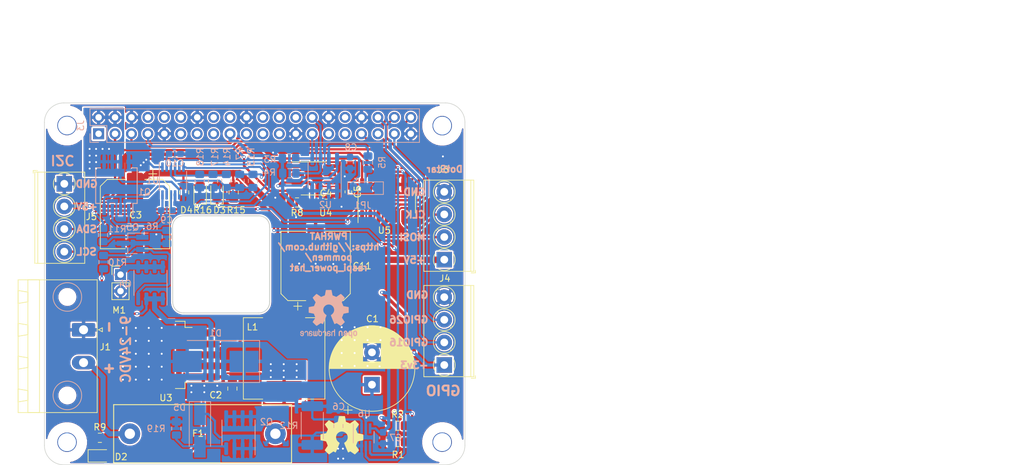
<source format=kicad_pcb>
(kicad_pcb (version 20171130) (host pcbnew "(5.1.4)-1")
  (title_block (date 2019-09-15))
  (layers (0 F.Cu signal hide) (31 B.Cu signal hide) (34 B.Paste user) (35 F.Paste user) (36 B.SilkS user) (37 F.SilkS user) (38 B.Mask user) (39 F.Mask user) (44 Edge.Cuts user))
  (net 0 "")
  (net 1 GND)
  (net 2 /ID_SD_EEPROM)
  (net 3 /ID_SC_EEPROM)
  (net 4 /P5V_HAT)
  (net 5 +3V3)
  (net 6 /SDA)
  (net 7 /SCL)
  (net 8 /temp)
  (net 9 /PWM_FAN)
  (net 10 /GPIO16)
  (net 11 /GPIO26)
  (net 12 /LED_MOSI)
  (net 13 /LED_SCLK)
  (net 14 +24V)
  (net 15 +5V)
  (net 16 "Net-(C6-Pad2)")
  (net 17 "Net-(C9-Pad2)")
  (net 18 "Net-(C9-Pad1)")
  (net 19 "Net-(C10-Pad1)")
  (net 20 "Net-(D1-Pad1)")
  (net 21 "Net-(D2-Pad1)")
  (net 22 "Net-(D3-Pad2)")
  (net 23 "Net-(D3-Pad1)")
  (net 24 "Net-(D4-Pad2)")
  (net 25 "Net-(D4-Pad1)")
  (net 26 "Net-(D5-Pad2)")
  (net 27 "Net-(F1-Pad1)")
  (net 28 /DotStar_clock)
  (net 29 /Dotstar_data)
  (net 30 "Net-(JP1-Pad2)")
  (net 31 "Net-(M1-Pad1)")
  (net 32 "Net-(Q1-Pad2)")
  (net 33 "Net-(Q4-Pad4)")
  (net 34 "Net-(Q5-Pad1)")
  (net 35 "Net-(R5-Pad1)")
  (net 36 "Net-(R13-Pad2)")
  (net 37 "Net-(R14-Pad2)")
  (net 38 "/Hat power/VIN")
  (module Symbol:OSHW-Logo2_9.8x8mm_SilkScreen (layer B.Cu) (at 122.4915 93.47454 180)
    (fp_text reference REF** hide)
    (fp_text value OSHW-Logo2_9.8x8mm_SilkScreen hide)
  )
  (module Symbol:OSHW-Symbol_6.7x6mm_SilkScreen (layer F.Cu) (at 124.52096 112.25276)
    (fp_text reference REF** hide)
    (fp_text value OSHW-Symbol_6.7x6mm_SilkScreen hide)
  )
  (module Resistor_SMD:R_2512_6332Metric_Pad1.52x3.35mm_HandSolder (layer B.Cu) (at 119.95404 110.74146 270)
    (fp_text reference R12 (at 0.01778 3.62458 180) (layer B.SilkS) (effects (justify mirror)))
    (fp_text value 0R1)
    (pad 2 smd roundrect (at 2.9875 0 270) (size 1.525 3.35) (layers B.Cu B.Paste B.Mask) (roundrect_rratio 0.163934) (net 16 "Net-(C6-Pad2)"))
    (pad 1 smd roundrect (at -2.9875 0 270) (size 1.525 3.35) (layers B.Cu B.Paste B.Mask) (roundrect_rratio 0.163934) (net 14 +24V))
  )
  (module Connector_Phoenix_MSTB:PhoenixContact_MSTB_2,5_2-GF-5,08_1x02_P5.08mm_Horizontal_ThreadedFlange_MountHole (layer F.Cu) (at 84.5947 95.9231 270)
    (fp_text reference J1 (at 2.66446 -3.36042 180) (layer F.SilkS))
    (fp_text value Vin)
    (pad "" np_thru_hole circle (at 10.16 2.5 270) (size 2.4 2.4) (drill 2.4) (layers *.Cu *.Mask))
    (pad "" np_thru_hole circle (at -5.08 2.5 270) (size 2.4 2.4) (drill 2.4) (layers *.Cu *.Mask))
    (pad 2 thru_hole oval (at 5.08 0 270) (size 2.08 3.6) (drill 1.4) (layers *.Cu *.Mask) (net 38 "/Hat power/VIN"))
    (pad 1 thru_hole roundrect (at 0 0 270) (size 2.08 3.6) (drill 1.4) (layers *.Cu *.Mask) (roundrect_rratio 0.120192) (net 1 GND))
  )
  (module Package_TO_SOT_SMD:SOT-23-8_Handsoldering (layer B.Cu) (at 127.9017 112.53724 270)
    (fp_text reference U6 (at -3.62458 -0.07874) (layer B.SilkS) (effects (justify mirror)))
    (fp_text value INA219)
    (pad 8 smd rect (at 1.35 0.98 270) (size 1.56 0.4) (layers B.Cu B.Paste B.Mask) (net 1 GND))
    (pad 7 smd rect (at 1.35 0.33 270) (size 1.56 0.4) (layers B.Cu B.Paste B.Mask) (net 1 GND))
    (pad 6 smd rect (at 1.35 -0.33 270) (size 1.56 0.4) (layers B.Cu B.Paste B.Mask) (net 6 /SDA))
    (pad 5 smd rect (at 1.35 -0.98 270) (size 1.56 0.4) (layers B.Cu B.Paste B.Mask) (net 7 /SCL))
    (pad 4 smd rect (at -1.35 -0.98 270) (size 1.56 0.4) (layers B.Cu B.Paste B.Mask) (net 5 +3V3))
    (pad 3 smd rect (at -1.35 -0.33 270) (size 1.56 0.4) (layers B.Cu B.Paste B.Mask) (net 1 GND))
    (pad 2 smd rect (at -1.35 0.33 270) (size 1.56 0.4) (layers B.Cu B.Paste B.Mask) (net 14 +24V))
    (pad 1 smd rect (at -1.35 0.98 270) (size 1.56 0.4) (layers B.Cu B.Paste B.Mask) (net 16 "Net-(C6-Pad2)"))
  )
  (module Package_SO:SOIC-14_3.9x8.7mm_P1.27mm (layer F.Cu) (at 131.46278 75.90536 90)
    (fp_text reference U5 (at -4.63042 -0.36322 180) (layer F.SilkS))
    (fp_text value 74LVC125)
    (pad 14 smd roundrect (at 2.475 -3.81 90) (size 1.95 0.6) (layers F.Cu F.Paste F.Mask) (net 15 +5V))
    (pad 13 smd roundrect (at 2.475 -2.54 90) (size 1.95 0.6) (layers F.Cu F.Paste F.Mask) (net 1 GND))
    (pad 12 smd roundrect (at 2.475 -1.27 90) (size 1.95 0.6) (layers F.Cu F.Paste F.Mask) (net 1 GND))
    (pad 11 smd roundrect (at 2.475 0 90) (size 1.95 0.6) (layers F.Cu F.Paste F.Mask))
    (pad 10 smd roundrect (at 2.475 1.27 90) (size 1.95 0.6) (layers F.Cu F.Paste F.Mask) (net 1 GND))
    (pad 9 smd roundrect (at 2.475 2.54 90) (size 1.95 0.6) (layers F.Cu F.Paste F.Mask) (net 1 GND))
    (pad 8 smd roundrect (at 2.475 3.81 90) (size 1.95 0.6) (layers F.Cu F.Paste F.Mask))
    (pad 7 smd roundrect (at -2.475 3.81 90) (size 1.95 0.6) (layers F.Cu F.Paste F.Mask) (net 1 GND))
    (pad 6 smd roundrect (at -2.475 2.54 90) (size 1.95 0.6) (layers F.Cu F.Paste F.Mask) (net 28 /DotStar_clock))
    (pad 5 smd roundrect (at -2.475 1.27 90) (size 1.95 0.6) (layers F.Cu F.Paste F.Mask) (net 13 /LED_SCLK))
    (pad 4 smd roundrect (at -2.475 0 90) (size 1.95 0.6) (layers F.Cu F.Paste F.Mask))
    (pad 3 smd roundrect (at -2.475 -1.27 90) (size 1.95 0.6) (layers F.Cu F.Paste F.Mask) (net 29 /Dotstar_data))
    (pad 2 smd roundrect (at -2.475 -2.54 90) (size 1.95 0.6) (layers F.Cu F.Paste F.Mask) (net 12 /LED_MOSI))
    (pad 1 smd roundrect (at -2.475 -3.81 90) (size 1.95 0.6) (layers F.Cu F.Paste F.Mask))
  )
  (module Package_SO:SOIC-8_3.9x4.9mm_P1.27mm (layer F.Cu) (at 120.17502 72.50176)
    (fp_text reference U4 (at 1.85674 5.31622) (layer F.SilkS))
    (fp_text value DS18S20Z)
    (pad 8 smd roundrect (at 2.475 -1.905) (size 1.95 0.6) (layers F.Cu F.Paste F.Mask))
    (pad 7 smd roundrect (at 2.475 -0.635) (size 1.95 0.6) (layers F.Cu F.Paste F.Mask))
    (pad 6 smd roundrect (at 2.475 0.635) (size 1.95 0.6) (layers F.Cu F.Paste F.Mask))
    (pad 5 smd roundrect (at 2.475 1.905) (size 1.95 0.6) (layers F.Cu F.Paste F.Mask) (net 1 GND))
    (pad 4 smd roundrect (at -2.475 1.905) (size 1.95 0.6) (layers F.Cu F.Paste F.Mask) (net 8 /temp))
    (pad 3 smd roundrect (at -2.475 0.635) (size 1.95 0.6) (layers F.Cu F.Paste F.Mask) (net 5 +3V3))
    (pad 2 smd roundrect (at -2.475 -0.635) (size 1.95 0.6) (layers F.Cu F.Paste F.Mask))
    (pad 1 smd roundrect (at -2.475 -1.905) (size 1.95 0.6) (layers F.Cu F.Paste F.Mask))
  )
  (module Package_TO_SOT_SMD:TO-263-5_TabPin3 (layer F.Cu) (at 97.3328 99.8093 180)
    (fp_text reference U3 (at 0 -6.65) (layer F.SilkS))
    (fp_text value LM2576HVS-5)
    (pad 3 smd rect (at 3.375 0 180) (size 9.4 10.8) (layers F.Cu F.Mask) (net 1 GND))
    (pad 5 smd rect (at -5.775 3.4 180) (size 4.6 1.1) (layers F.Cu F.Paste F.Mask) (net 1 GND))
    (pad 4 smd rect (at -5.775 1.7 180) (size 4.6 1.1) (layers F.Cu F.Paste F.Mask) (net 15 +5V))
    (pad 3 smd rect (at -5.775 0 180) (size 4.6 1.1) (layers F.Cu F.Paste F.Mask) (net 1 GND))
    (pad 2 smd rect (at -5.775 -1.7 180) (size 4.6 1.1) (layers F.Cu F.Paste F.Mask) (net 20 "Net-(D1-Pad1)"))
    (pad 1 smd rect (at -5.775 -3.4 180) (size 4.6 1.1) (layers F.Cu F.Paste F.Mask) (net 14 +24V))
  )
  (module Package_SO:SOIC-8_3.9x4.9mm_P1.27mm (layer B.Cu) (at 121.86666 71.95058 90)
    (fp_text reference U2 (at -4.63804 0.12192 180) (layer B.SilkS) (effects (justify mirror)))
    (fp_text value M24C01-WMN)
    (pad 8 smd roundrect (at 2.475 1.905 90) (size 1.95 0.6) (layers B.Cu B.Paste B.Mask) (net 5 +3V3))
    (pad 7 smd roundrect (at 2.475 0.635 90) (size 1.95 0.6) (layers B.Cu B.Paste B.Mask) (net 35 "Net-(R5-Pad1)"))
    (pad 6 smd roundrect (at 2.475 -0.635 90) (size 1.95 0.6) (layers B.Cu B.Paste B.Mask) (net 3 /ID_SC_EEPROM))
    (pad 5 smd roundrect (at 2.475 -1.905 90) (size 1.95 0.6) (layers B.Cu B.Paste B.Mask) (net 2 /ID_SD_EEPROM))
    (pad 4 smd roundrect (at -2.475 -1.905 90) (size 1.95 0.6) (layers B.Cu B.Paste B.Mask) (net 1 GND))
    (pad 3 smd roundrect (at -2.475 -0.635 90) (size 1.95 0.6) (layers B.Cu B.Paste B.Mask) (net 1 GND))
    (pad 2 smd roundrect (at -2.475 0.635 90) (size 1.95 0.6) (layers B.Cu B.Paste B.Mask) (net 1 GND))
    (pad 1 smd roundrect (at -2.475 1.905 90) (size 1.95 0.6) (layers B.Cu B.Paste B.Mask) (net 1 GND))
  )
  (module Package_SO:MSOP-12_3x4mm_P0.65mm (layer B.Cu) (at 98.41738 72.90054 270)
    (fp_text reference U1 (at -0.07366 3.14706 180) (layer B.SilkS) (effects (justify mirror)))
    (fp_text value LTC4352)
    (pad 12 smd roundrect (at 2.15 1.625 270) (size 1.45 0.4) (layers B.Cu B.Paste B.Mask) (net 18 "Net-(C9-Pad1)"))
    (pad 11 smd roundrect (at 2.15 0.975 270) (size 1.45 0.4) (layers B.Cu B.Paste B.Mask) (net 32 "Net-(Q1-Pad2)"))
    (pad 10 smd roundrect (at 2.15 0.325 270) (size 1.45 0.4) (layers B.Cu B.Paste B.Mask) (net 17 "Net-(C9-Pad2)"))
    (pad 9 smd roundrect (at 2.15 -0.325 270) (size 1.45 0.4) (layers B.Cu B.Paste B.Mask) (net 1 GND))
    (pad 8 smd roundrect (at 2.15 -0.975 270) (size 1.45 0.4) (layers B.Cu B.Paste B.Mask) (net 4 /P5V_HAT))
    (pad 7 smd roundrect (at 2.15 -1.625 270) (size 1.45 0.4) (layers B.Cu B.Paste B.Mask) (net 1 GND))
    (pad 6 smd roundrect (at -2.15 -1.625 270) (size 1.45 0.4) (layers B.Cu B.Paste B.Mask) (net 25 "Net-(D4-Pad1)"))
    (pad 5 smd roundrect (at -2.15 -0.975 270) (size 1.45 0.4) (layers B.Cu B.Paste B.Mask) (net 23 "Net-(D3-Pad1)"))
    (pad 4 smd roundrect (at -2.15 -0.325 270) (size 1.45 0.4) (layers B.Cu B.Paste B.Mask) (net 37 "Net-(R14-Pad2)"))
    (pad 3 smd roundrect (at -2.15 0.325 270) (size 1.45 0.4) (layers B.Cu B.Paste B.Mask) (net 36 "Net-(R13-Pad2)"))
    (pad 2 smd roundrect (at -2.15 0.975 270) (size 1.45 0.4) (layers B.Cu B.Paste B.Mask) (net 19 "Net-(C10-Pad1)"))
    (pad 1 smd roundrect (at -2.15 1.625 270) (size 1.45 0.4) (layers B.Cu B.Paste B.Mask) (net 15 +5V))
  )
  (module Resistor_SMD:R_0805_2012Metric_Pad1.15x1.40mm_HandSolder (layer B.Cu) (at 98.933 111.19104 90)
    (fp_text reference R19 (at -0.03302 -3.11658 180) (layer B.SilkS) (effects (justify mirror)))
    (fp_text value 60K)
    (pad 2 smd roundrect (at 1.025 0 90) (size 1.15 1.4) (layers B.Cu B.Paste B.Mask) (roundrect_rratio 0.217391) (net 1 GND))
    (pad 1 smd roundrect (at -1.025 0 90) (size 1.15 1.4) (layers B.Cu B.Paste B.Mask) (roundrect_rratio 0.217391) (net 26 "Net-(D5-Pad2)"))
  )
  (module Resistor_SMD:R_0805_2012Metric_Pad1.15x1.40mm_HandSolder (layer B.Cu) (at 102.54742 72.898 270)
    (fp_text reference R18 (at -3.7338 -0.07366 90) (layer B.SilkS) (effects (justify mirror)))
    (fp_text value "3K09 1%")
    (pad 2 smd roundrect (at 1.025 0 270) (size 1.15 1.4) (layers B.Cu B.Paste B.Mask) (roundrect_rratio 0.217391) (net 1 GND))
    (pad 1 smd roundrect (at -1.025 0 270) (size 1.15 1.4) (layers B.Cu B.Paste B.Mask) (roundrect_rratio 0.217391) (net 37 "Net-(R14-Pad2)"))
  )
  (module Resistor_SMD:R_0805_2012Metric_Pad1.15x1.40mm_HandSolder (layer B.Cu) (at 104.605455 72.898 270)
    (fp_text reference R17 (at -3.7338 -0.291465 90) (layer B.SilkS) (effects (justify mirror)))
    (fp_text value DNP)
    (pad 2 smd roundrect (at 1.025 0 270) (size 1.15 1.4) (layers B.Cu B.Paste B.Mask) (roundrect_rratio 0.217391) (net 1 GND))
    (pad 1 smd roundrect (at -1.025 0 270) (size 1.15 1.4) (layers B.Cu B.Paste B.Mask) (roundrect_rratio 0.217391) (net 37 "Net-(R14-Pad2)"))
  )
  (module Resistor_SMD:R_0805_2012Metric_Pad1.15x1.40mm_HandSolder (layer F.Cu) (at 100.14712 74.65568 270)
    (fp_text reference R16 (at 2.73812 -2.85496 180) (layer F.SilkS))
    (fp_text value R)
    (pad 2 smd roundrect (at 1.025 0 270) (size 1.15 1.4) (layers F.Cu F.Paste F.Mask) (roundrect_rratio 0.217391) (net 24 "Net-(D4-Pad2)"))
    (pad 1 smd roundrect (at -1.025 0 270) (size 1.15 1.4) (layers F.Cu F.Paste F.Mask) (roundrect_rratio 0.217391) (net 15 +5V))
  )
  (module Resistor_SMD:R_0805_2012Metric_Pad1.15x1.40mm_HandSolder (layer F.Cu) (at 107.80268 74.65568 270)
    (fp_text reference R15 (at 2.73812 -0.38862 180) (layer F.SilkS))
    (fp_text value R)
    (pad 2 smd roundrect (at 1.025 0 270) (size 1.15 1.4) (layers F.Cu F.Paste F.Mask) (roundrect_rratio 0.217391) (net 22 "Net-(D3-Pad2)"))
    (pad 1 smd roundrect (at -1.025 0 270) (size 1.15 1.4) (layers F.Cu F.Paste F.Mask) (roundrect_rratio 0.217391) (net 15 +5V))
  )
  (module Resistor_SMD:R_0805_2012Metric_Pad1.15x1.40mm_HandSolder (layer B.Cu) (at 106.66349 72.898 90)
    (fp_text reference R14 (at 3.7338 0.10795 90) (layer B.SilkS) (effects (justify mirror)))
    (fp_text value "1k 1%")
    (pad 2 smd roundrect (at 1.025 0 90) (size 1.15 1.4) (layers B.Cu B.Paste B.Mask) (roundrect_rratio 0.217391) (net 37 "Net-(R14-Pad2)"))
    (pad 1 smd roundrect (at -1.025 0 90) (size 1.15 1.4) (layers B.Cu B.Paste B.Mask) (roundrect_rratio 0.217391) (net 36 "Net-(R13-Pad2)"))
  )
  (module Resistor_SMD:R_0805_2012Metric_Pad1.15x1.40mm_HandSolder (layer B.Cu) (at 110.77956 72.898 270)
    (fp_text reference R13 (at -3.7338 0.28194 90) (layer B.SilkS) (effects (justify mirror)))
    (fp_text value "31.6k 1%")
    (pad 2 smd roundrect (at 1.025 0 270) (size 1.15 1.4) (layers B.Cu B.Paste B.Mask) (roundrect_rratio 0.217391) (net 36 "Net-(R13-Pad2)"))
    (pad 1 smd roundrect (at -1.025 0 270) (size 1.15 1.4) (layers B.Cu B.Paste B.Mask) (roundrect_rratio 0.217391) (net 15 +5V))
  )
  (module Resistor_SMD:R_0805_2012Metric_Pad1.15x1.40mm_HandSolder (layer B.Cu) (at 87.59952 81.2546 270)
    (fp_text reference R11 (at -0.93218 -2.16662 180) (layer B.SilkS) (effects (justify mirror)))
    (fp_text value 1K)
    (pad 2 smd roundrect (at 1.025 0 270) (size 1.15 1.4) (layers B.Cu B.Paste B.Mask) (roundrect_rratio 0.217391) (net 34 "Net-(Q5-Pad1)"))
    (pad 1 smd roundrect (at -1.025 0 270) (size 1.15 1.4) (layers B.Cu B.Paste B.Mask) (roundrect_rratio 0.217391) (net 9 /PWM_FAN))
  )
  (module Resistor_SMD:R_0805_2012Metric_Pad1.15x1.40mm_HandSolder (layer B.Cu) (at 87.69096 85.44814 90)
    (fp_text reference R10 (at -0.04572 2.16662 180) (layer B.SilkS) (effects (justify mirror)))
    (fp_text value 10K)
    (pad 2 smd roundrect (at 1.025 0 90) (size 1.15 1.4) (layers B.Cu B.Paste B.Mask) (roundrect_rratio 0.217391) (net 33 "Net-(Q4-Pad4)"))
    (pad 1 smd roundrect (at -1.025 0 90) (size 1.15 1.4) (layers B.Cu B.Paste B.Mask) (roundrect_rratio 0.217391) (net 14 +24V))
  )
  (module Resistor_SMD:R_0805_2012Metric_Pad1.15x1.40mm_HandSolder (layer F.Cu) (at 87.11764 112.63884)
    (fp_text reference R9 (at 0 -1.65) (layer F.SilkS))
    (fp_text value 10K)
    (pad 2 smd roundrect (at 1.025 0) (size 1.15 1.4) (layers F.Cu F.Paste F.Mask) (roundrect_rratio 0.217391) (net 1 GND))
    (pad 1 smd roundrect (at -1.025 0) (size 1.15 1.4) (layers F.Cu F.Paste F.Mask) (roundrect_rratio 0.217391) (net 21 "Net-(D2-Pad1)"))
  )
  (module Resistor_SMD:R_0805_2012Metric_Pad1.15x1.40mm_HandSolder (layer F.Cu) (at 117.59946 76.21778 180)
    (fp_text reference R8 (at 0 -1.6002) (layer F.SilkS))
    (fp_text value 4k7)
    (pad 2 smd roundrect (at 1.025 0 180) (size 1.15 1.4) (layers F.Cu F.Paste F.Mask) (roundrect_rratio 0.217391) (net 8 /temp))
    (pad 1 smd roundrect (at -1.025 0 180) (size 1.15 1.4) (layers F.Cu F.Paste F.Mask) (roundrect_rratio 0.217391) (net 5 +3V3))
  )
  (module Resistor_SMD:R_0805_2012Metric_Pad1.15x1.40mm_HandSolder (layer B.Cu) (at 108.721525 72.898 270)
    (fp_text reference R7 (at -4.20999 -0.000635 90) (layer B.SilkS) (effects (justify mirror)))
    (fp_text value DNP)
    (pad 2 smd roundrect (at 1.025 0 270) (size 1.15 1.4) (layers B.Cu B.Paste B.Mask) (roundrect_rratio 0.217391) (net 36 "Net-(R13-Pad2)"))
    (pad 1 smd roundrect (at -1.025 0 270) (size 1.15 1.4) (layers B.Cu B.Paste B.Mask) (roundrect_rratio 0.217391) (net 15 +5V))
  )
  (module Resistor_SMD:R_0805_2012Metric_Pad1.15x1.40mm_HandSolder (layer B.Cu) (at 97.46488 81.56448 270)
    (fp_text reference R6 (at -1.63576 2.24536 180) (layer B.SilkS) (effects (justify mirror)))
    (fp_text value 62K)
    (pad 2 smd roundrect (at 1.025 0 270) (size 1.15 1.4) (layers B.Cu B.Paste B.Mask) (roundrect_rratio 0.217391) (net 1 GND))
    (pad 1 smd roundrect (at -1.025 0 270) (size 1.15 1.4) (layers B.Cu B.Paste B.Mask) (roundrect_rratio 0.217391) (net 34 "Net-(Q5-Pad1)"))
  )
  (module Resistor_SMD:R_0805_2012Metric_Pad1.15x1.40mm_HandSolder (layer B.Cu) (at 128.55956 70.05828 270)
    (fp_text reference R5 (at -0.03048 -2.18694 90) (layer B.SilkS) (effects (justify mirror)))
    (fp_text value 10K)
    (pad 2 smd roundrect (at 1.025 0 270) (size 1.15 1.4) (layers B.Cu B.Paste B.Mask) (roundrect_rratio 0.217391) (net 30 "Net-(JP1-Pad2)"))
    (pad 1 smd roundrect (at -1.025 0 270) (size 1.15 1.4) (layers B.Cu B.Paste B.Mask) (roundrect_rratio 0.217391) (net 35 "Net-(R5-Pad1)"))
  )
  (module Resistor_SMD:R_0805_2012Metric_Pad1.15x1.40mm_HandSolder (layer B.Cu) (at 116.40312 71.6915)
    (fp_text reference R4 (at -3.06324 -0.12446) (layer B.SilkS) (effects (justify mirror)))
    (fp_text value 3.9K)
    (pad 2 smd roundrect (at 1.025 0) (size 1.15 1.4) (layers B.Cu B.Paste B.Mask) (roundrect_rratio 0.217391) (net 3 /ID_SC_EEPROM))
    (pad 1 smd roundrect (at -1.025 0) (size 1.15 1.4) (layers B.Cu B.Paste B.Mask) (roundrect_rratio 0.217391) (net 5 +3V3))
  )
  (module Resistor_SMD:R_0805_2012Metric_Pad1.15x1.40mm_HandSolder (layer B.Cu) (at 116.35994 69.40296)
    (fp_text reference R3 (at -2.95656 0.13716) (layer B.SilkS) (effects (justify mirror)))
    (fp_text value 3.9K)
    (pad 2 smd roundrect (at 1.025 0) (size 1.15 1.4) (layers B.Cu B.Paste B.Mask) (roundrect_rratio 0.217391) (net 2 /ID_SD_EEPROM))
    (pad 1 smd roundrect (at -1.025 0) (size 1.15 1.4) (layers B.Cu B.Paste B.Mask) (roundrect_rratio 0.217391) (net 5 +3V3))
  )
  (module Resistor_SMD:R_0805_2012Metric_Pad1.15x1.40mm_HandSolder (layer F.Cu) (at 133.16966 110.77194)
    (fp_text reference R2 (at -0.03556 -1.7526) (layer F.SilkS))
    (fp_text value 4k7)
    (pad 2 smd roundrect (at 1.025 0) (size 1.15 1.4) (layers F.Cu F.Paste F.Mask) (roundrect_rratio 0.217391) (net 7 /SCL))
    (pad 1 smd roundrect (at -1.025 0) (size 1.15 1.4) (layers F.Cu F.Paste F.Mask) (roundrect_rratio 0.217391) (net 5 +3V3))
  )
  (module Resistor_SMD:R_0805_2012Metric_Pad1.15x1.40mm_HandSolder (layer F.Cu) (at 133.18374 113.28146)
    (fp_text reference R1 (at 0.03418 1.97612) (layer F.SilkS))
    (fp_text value 4k7)
    (pad 2 smd roundrect (at 1.025 0) (size 1.15 1.4) (layers F.Cu F.Paste F.Mask) (roundrect_rratio 0.217391) (net 6 /SDA))
    (pad 1 smd roundrect (at -1.025 0) (size 1.15 1.4) (layers F.Cu F.Paste F.Mask) (roundrect_rratio 0.217391) (net 5 +3V3))
  )
  (module Package_TO_SOT_SMD:SOT-23_Handsoldering (layer B.Cu) (at 92.18422 82.53984 180)
    (fp_text reference Q5 (at 0 2.5) (layer B.SilkS) (effects (justify mirror)))
    (fp_text value BSS138)
    (pad 3 smd rect (at 1.5 0 180) (size 1.9 0.8) (layers B.Cu B.Paste B.Mask) (net 1 GND))
    (pad 2 smd rect (at -1.5 -0.95 180) (size 1.9 0.8) (layers B.Cu B.Paste B.Mask) (net 33 "Net-(Q4-Pad4)"))
    (pad 1 smd rect (at -1.5 0.95 180) (size 1.9 0.8) (layers B.Cu B.Paste B.Mask) (net 34 "Net-(Q5-Pad1)"))
  )
  (module Package_SO:SOIC-8_3.9x4.9mm_P1.27mm (layer B.Cu) (at 94.94012 88.66124 90)
    (fp_text reference Q4 (at -0.1524 -3.92176 180) (layer B.SilkS) (effects (justify mirror)))
    (fp_text value Si4435)
    (pad 8 smd roundrect (at 2.475 1.905 90) (size 1.95 0.6) (layers B.Cu B.Paste B.Mask) (net 31 "Net-(M1-Pad1)"))
    (pad 7 smd roundrect (at 2.475 0.635 90) (size 1.95 0.6) (layers B.Cu B.Paste B.Mask) (net 31 "Net-(M1-Pad1)"))
    (pad 6 smd roundrect (at 2.475 -0.635 90) (size 1.95 0.6) (layers B.Cu B.Paste B.Mask) (net 31 "Net-(M1-Pad1)"))
    (pad 5 smd roundrect (at 2.475 -1.905 90) (size 1.95 0.6) (layers B.Cu B.Paste B.Mask) (net 31 "Net-(M1-Pad1)"))
    (pad 4 smd roundrect (at -2.475 -1.905 90) (size 1.95 0.6) (layers B.Cu B.Paste B.Mask) (net 33 "Net-(Q4-Pad4)"))
    (pad 3 smd roundrect (at -2.475 -0.635 90) (size 1.95 0.6) (layers B.Cu B.Paste B.Mask) (net 14 +24V))
    (pad 2 smd roundrect (at -2.475 0.635 90) (size 1.95 0.6) (layers B.Cu B.Paste B.Mask) (net 14 +24V))
    (pad 1 smd roundrect (at -2.475 1.905 90) (size 1.95 0.6) (layers B.Cu B.Paste B.Mask) (net 14 +24V))
  )
  (module Package_SO:SOIC-8_3.9x4.9mm_P1.27mm (layer B.Cu) (at 108.54944 111.83112 90)
    (fp_text reference Q2 (at 1.65354 4.31038 180) (layer B.SilkS) (effects (justify mirror)))
    (fp_text value Si4435)
    (pad 8 smd roundrect (at 2.475 1.905 90) (size 1.95 0.6) (layers B.Cu B.Paste B.Mask) (net 27 "Net-(F1-Pad1)"))
    (pad 7 smd roundrect (at 2.475 0.635 90) (size 1.95 0.6) (layers B.Cu B.Paste B.Mask) (net 27 "Net-(F1-Pad1)"))
    (pad 6 smd roundrect (at 2.475 -0.635 90) (size 1.95 0.6) (layers B.Cu B.Paste B.Mask) (net 27 "Net-(F1-Pad1)"))
    (pad 5 smd roundrect (at 2.475 -1.905 90) (size 1.95 0.6) (layers B.Cu B.Paste B.Mask) (net 27 "Net-(F1-Pad1)"))
    (pad 4 smd roundrect (at -2.475 -1.905 90) (size 1.95 0.6) (layers B.Cu B.Paste B.Mask) (net 26 "Net-(D5-Pad2)"))
    (pad 3 smd roundrect (at -2.475 -0.635 90) (size 1.95 0.6) (layers B.Cu B.Paste B.Mask) (net 16 "Net-(C6-Pad2)"))
    (pad 2 smd roundrect (at -2.475 0.635 90) (size 1.95 0.6) (layers B.Cu B.Paste B.Mask) (net 16 "Net-(C6-Pad2)"))
    (pad 1 smd roundrect (at -2.475 1.905 90) (size 1.95 0.6) (layers B.Cu B.Paste B.Mask) (net 16 "Net-(C6-Pad2)"))
  )
  (module Package_SO:SO-8_5.3x6.2mm_P1.27mm (layer B.Cu) (at 89.67724 73.61682 90)
    (fp_text reference Q1 (at -0.98806 4.32562) (layer B.SilkS) (effects (justify mirror)))
    (fp_text value Si4804)
    (pad 8 smd rect (at 3.7 1.905 90) (size 1.75 0.55) (layers B.Cu B.Paste B.Mask) (net 15 +5V))
    (pad 7 smd rect (at 3.7 0.635 90) (size 1.75 0.55) (layers B.Cu B.Paste B.Mask) (net 4 /P5V_HAT))
    (pad 6 smd rect (at 3.7 -0.635 90) (size 1.75 0.55) (layers B.Cu B.Paste B.Mask) (net 4 /P5V_HAT))
    (pad 5 smd rect (at 3.7 -1.905 90) (size 1.75 0.55) (layers B.Cu B.Paste B.Mask) (net 4 /P5V_HAT))
    (pad 4 smd rect (at -3.7 -1.905 90) (size 1.75 0.55) (layers B.Cu B.Paste B.Mask) (net 32 "Net-(Q1-Pad2)"))
    (pad 3 smd rect (at -3.7 -0.635 90) (size 1.75 0.55) (layers B.Cu B.Paste B.Mask) (net 18 "Net-(C9-Pad1)"))
    (pad 2 smd rect (at -3.7 0.635 90) (size 1.75 0.55) (layers B.Cu B.Paste B.Mask) (net 32 "Net-(Q1-Pad2)"))
    (pad 1 smd rect (at -3.7 1.905 90) (size 1.75 0.55) (layers B.Cu B.Paste B.Mask) (net 18 "Net-(C9-Pad1)"))
  )
  (module Connector_PinHeader_2.54mm:PinHeader_1x02_P2.54mm_Vertical (layer F.Cu) (at 90.30716 87.3887)
    (fp_text reference M1 (at -0.21336 5.49402) (layer F.SilkS))
    (fp_text value Fan)
    (pad 2 thru_hole oval (at 0 2.54) (size 1.7 1.7) (drill 1) (layers *.Cu *.Mask) (net 1 GND))
    (pad 1 thru_hole rect (at 0 0) (size 1.7 1.7) (drill 1) (layers *.Cu *.Mask) (net 31 "Net-(M1-Pad1)"))
  )
  (module Inductor_SMD:L_12x12mm_H8mm (layer F.Cu) (at 115.5954 100.3554 90)
    (fp_text reference L1 (at 4.85902 -4.8895 180) (layer F.SilkS))
    (fp_text value 100uH)
    (pad 2 smd rect (at 4.95 0 90) (size 2.9 5.4) (layers F.Cu F.Paste F.Mask) (net 15 +5V))
    (pad 1 smd rect (at -4.95 0 90) (size 2.9 5.4) (layers F.Cu F.Paste F.Mask) (net 20 "Net-(D1-Pad1)"))
  )
  (module Jumper:SolderJumper-3_P2.0mm_Open_TrianglePad1.0x1.5mm (layer B.Cu) (at 128.18618 73.98004)
    (fp_text reference JP1 (at -0.44958 2.66954) (layer B.SilkS) (effects (justify mirror)))
    (fp_text value "Write ena")
    (pad 3 smd custom (at 2 0 180) (size 0.3 0.3) (layers B.Cu B.Mask) (net 1 GND) (options (clearance outline) (anchor rect)) (primitives (gr_poly (pts (xy -0.5 0.75) (xy 0.5 0.75) (xy 1 0) (xy 0.5 -0.75) (xy -0.5 -0.75)) (width 0))))
    (pad 2 smd custom (at 0 0) (size 0.3 0.3) (layers B.Cu) (net 30 "Net-(JP1-Pad2)") (options (clearance outline) (anchor rect)) (primitives (gr_poly (pts (xy -1.2 0.75) (xy 1.2 0.75) (xy 0.7 0) (xy 1.2 -0.75) (xy -1.2 -0.75) (xy -0.7 0)) (width 0))))
    (pad 1 smd custom (at -2 0) (size 0.3 0.3) (layers B.Cu B.Mask) (net 5 +3V3) (options (clearance outline) (anchor rect)) (primitives (gr_poly (pts (xy -0.5 0.75) (xy 0.5 0.75) (xy 1 0) (xy 0.5 -0.75) (xy -0.5 -0.75)) (width 0))))
  )
  (module TerminalBlock_Phoenix:TerminalBlock_Phoenix_PT-1,5-4-3.5-H_1x04_P3.50mm_Horizontal (layer F.Cu) (at 140.35532 85.06968 90)
    (fp_text reference J6 (at 13.92428 -0.12954 180) (layer F.SilkS))
    (fp_text value DotStar)
    (pad 4 thru_hole circle (at 10.5 0 90) (size 2.4 2.4) (drill 1.2) (layers *.Cu *.Mask) (net 1 GND))
    (pad 3 thru_hole circle (at 7 0 90) (size 2.4 2.4) (drill 1.2) (layers *.Cu *.Mask) (net 28 /DotStar_clock))
    (pad 2 thru_hole circle (at 3.5 0 90) (size 2.4 2.4) (drill 1.2) (layers *.Cu *.Mask) (net 29 /Dotstar_data))
    (pad 1 thru_hole rect (at 0 0 90) (size 2.4 2.4) (drill 1.2) (layers *.Cu *.Mask) (net 15 +5V))
  )
  (module TerminalBlock_Phoenix:TerminalBlock_Phoenix_PT-1,5-4-3.5-H_1x04_P3.50mm_Horizontal (layer F.Cu) (at 81.61782 73.33246 270)
    (fp_text reference J5 (at 5.09512 -4.19354 180) (layer F.SilkS))
    (fp_text value DISP)
    (pad 4 thru_hole circle (at 10.5 0 270) (size 2.4 2.4) (drill 1.2) (layers *.Cu *.Mask) (net 7 /SCL))
    (pad 3 thru_hole circle (at 7 0 270) (size 2.4 2.4) (drill 1.2) (layers *.Cu *.Mask) (net 6 /SDA))
    (pad 2 thru_hole circle (at 3.5 0 270) (size 2.4 2.4) (drill 1.2) (layers *.Cu *.Mask) (net 15 +5V))
    (pad 1 thru_hole rect (at 0 0 270) (size 2.4 2.4) (drill 1.2) (layers *.Cu *.Mask) (net 1 GND))
  )
  (module TerminalBlock_Phoenix:TerminalBlock_Phoenix_PT-1,5-4-3.5-H_1x04_P3.50mm_Horizontal (layer F.Cu) (at 140.35532 101.37636 90)
    (fp_text reference J4 (at 13.406 0.09398 180) (layer F.SilkS))
    (fp_text value GPIO)
    (pad 4 thru_hole circle (at 10.5 0 90) (size 2.4 2.4) (drill 1.2) (layers *.Cu *.Mask) (net 1 GND))
    (pad 3 thru_hole circle (at 7 0 90) (size 2.4 2.4) (drill 1.2) (layers *.Cu *.Mask) (net 11 /GPIO26))
    (pad 2 thru_hole circle (at 3.5 0 90) (size 2.4 2.4) (drill 1.2) (layers *.Cu *.Mask) (net 10 /GPIO16))
    (pad 1 thru_hole rect (at 0 0 90) (size 2.4 2.4) (drill 1.2) (layers *.Cu *.Mask) (net 5 +3V3))
  )
  (module Libs:Fuse_holser_Plastic_ebay (layer F.Cu) (at 114.2492 112.014 180)
    (fp_text reference F1 (at 11.96086 0.0508) (layer F.SilkS))
    (fp_text value 5A)
    (pad 2 thru_hole circle (at 22.5 0 180) (size 3.2 3.2) (drill 1.6) (layers *.Cu *.Mask) (net 38 "/Hat power/VIN"))
    (pad 1 thru_hole circle (at 0 0 180) (size 3.2 3.2) (drill 1.6) (layers *.Cu *.Mask) (net 27 "Net-(F1-Pad1)"))
  )
  (module Diode_SMD:D_SMA_Handsoldering (layer B.Cu) (at 102.58552 111.45012 270)
    (fp_text reference D5 (at -3.5179 3.15468 180) (layer B.SilkS) (effects (justify mirror)))
    (fp_text value 10V)
    (pad 2 smd rect (at 2.5 0 270) (size 3.5 1.8) (layers B.Cu B.Paste B.Mask) (net 26 "Net-(D5-Pad2)"))
    (pad 1 smd rect (at -2.5 0 270) (size 3.5 1.8) (layers B.Cu B.Paste B.Mask) (net 16 "Net-(C6-Pad2)"))
  )
  (module LED_SMD:LED_0805_2012Metric_Pad1.15x1.40mm_HandSolder (layer F.Cu) (at 102.614546 74.63318 90)
    (fp_text reference D4 (at -2.76062 -2.114366 180) (layer F.SilkS))
    (fp_text value LED)
    (pad 2 smd roundrect (at 1.025 0 90) (size 1.15 1.4) (layers F.Cu F.Paste F.Mask) (roundrect_rratio 0.217391) (net 24 "Net-(D4-Pad2)"))
    (pad 1 smd roundrect (at -1.025 0 90) (size 1.15 1.4) (layers F.Cu F.Paste F.Mask) (roundrect_rratio 0.217391) (net 25 "Net-(D4-Pad1)"))
  )
  (module LED_SMD:LED_0805_2012Metric_Pad1.15x1.40mm_HandSolder (layer F.Cu) (at 105.220952 74.63318 90)
    (fp_text reference D3 (at -2.76062 0.397328 180) (layer F.SilkS))
    (fp_text value LED)
    (pad 2 smd roundrect (at 1.025 0 90) (size 1.15 1.4) (layers F.Cu F.Paste F.Mask) (roundrect_rratio 0.217391) (net 22 "Net-(D3-Pad2)"))
    (pad 1 smd roundrect (at -1.025 0 90) (size 1.15 1.4) (layers F.Cu F.Paste F.Mask) (roundrect_rratio 0.217391) (net 23 "Net-(D3-Pad1)"))
  )
  (module LED_SMD:LED_0805_2012Metric_Pad1.15x1.40mm_HandSolder (layer F.Cu) (at 87.16264 115.43792)
    (fp_text reference D2 (at 3.24104 0.14986) (layer F.SilkS))
    (fp_text value LED)
    (pad 2 smd roundrect (at 1.025 0) (size 1.15 1.4) (layers F.Cu F.Paste F.Mask) (roundrect_rratio 0.217391) (net 14 +24V))
    (pad 1 smd roundrect (at -1.025 0) (size 1.15 1.4) (layers F.Cu F.Paste F.Mask) (roundrect_rratio 0.217391) (net 21 "Net-(D2-Pad1)"))
  )
  (module Diode_SMD:D_SMC_Handsoldering (layer B.Cu) (at 105.0105 100.8253 180)
    (fp_text reference D1 (at 0.02722 4.38658) (layer B.SilkS) (effects (justify mirror)))
    (fp_text value D_Schottky)
    (pad 2 smd rect (at 4.4 0 90) (size 3.3 4.5) (layers B.Cu B.Paste B.Mask) (net 1 GND))
    (pad 1 smd rect (at -4.4 0 90) (size 3.3 4.5) (layers B.Cu B.Paste B.Mask) (net 20 "Net-(D1-Pad1)"))
  )
  (module Capacitor_SMD:CP_Elec_10x10.5 (layer F.Cu) (at 120.46712 86.0425 90)
    (fp_text reference C11 (at 0 7.18566 180) (layer F.SilkS))
    (fp_text value 470uF25V)
    (pad 2 smd roundrect (at 4.2 0 90) (size 4.4 2.5) (layers F.Cu F.Paste F.Mask) (roundrect_rratio 0.1) (net 1 GND))
    (pad 1 smd roundrect (at -4.2 0 90) (size 4.4 2.5) (layers F.Cu F.Paste F.Mask) (roundrect_rratio 0.1) (net 15 +5V))
  )
  (module Capacitor_SMD:C_0603_1608Metric_Pad1.05x0.95mm_HandSolder (layer B.Cu) (at 98.7044 68.70192)
    (fp_text reference C10 (at 0 1.43) (layer B.SilkS) (effects (justify mirror)))
    (fp_text value 100n)
    (pad 2 smd roundrect (at 0.875 0) (size 1.05 0.95) (layers B.Cu B.Paste B.Mask) (net 1 GND))
    (pad 1 smd roundrect (at -0.875 0) (size 1.05 0.95) (layers B.Cu B.Paste B.Mask) (net 19 "Net-(C10-Pad1)"))
  )
  (module Capacitor_SMD:C_0603_1608Metric_Pad1.05x0.95mm_HandSolder (layer B.Cu) (at 97.45602 77.4319)
    (fp_text reference C9 (at -0.02924 1.50622) (layer B.SilkS) (effects (justify mirror)))
    (fp_text value 100n)
    (pad 2 smd roundrect (at 0.875 0) (size 1.05 0.95) (layers B.Cu B.Paste B.Mask) (net 17 "Net-(C9-Pad2)"))
    (pad 1 smd roundrect (at -0.875 0) (size 1.05 0.95) (layers B.Cu B.Paste B.Mask) (net 18 "Net-(C9-Pad1)"))
  )
  (module Capacitor_SMD:C_0603_1608Metric_Pad1.05x0.95mm_HandSolder (layer B.Cu) (at 125.78842 70.07352 270)
    (fp_text reference C8 (at -2.39268 -0.14224 180) (layer B.SilkS) (effects (justify mirror)))
    (fp_text value 100n)
    (pad 2 smd roundrect (at 0.875 0 270) (size 1.05 0.95) (layers B.Cu B.Paste B.Mask) (net 1 GND))
    (pad 1 smd roundrect (at -0.875 0 270) (size 1.05 0.95) (layers B.Cu B.Paste B.Mask) (net 5 +3V3))
  )
  (module Capacitor_SMD:C_0603_1608Metric_Pad1.05x0.95mm_HandSolder (layer B.Cu) (at 130.88112 112.649 270)
    (fp_text reference C7 (at -0.01524 -1.97358 180) (layer B.SilkS) (effects (justify mirror)))
    (fp_text value C)
    (pad 2 smd roundrect (at 0.875 0 270) (size 1.05 0.95) (layers B.Cu B.Paste B.Mask) (net 1 GND))
    (pad 1 smd roundrect (at -0.875 0 270) (size 1.05 0.95) (layers B.Cu B.Paste B.Mask) (net 5 +3V3))
  )
  (module Capacitor_SMD:C_0805_2012Metric_Pad1.15x1.40mm_HandSolder (layer B.Cu) (at 123.99264 110.81766 270)
    (fp_text reference C6 (at -3.0099 -0.03556 180) (layer B.SilkS) (effects (justify mirror)))
    (fp_text value 1n)
    (pad 2 smd roundrect (at 1.025 0 270) (size 1.15 1.4) (layers B.Cu B.Paste B.Mask) (roundrect_rratio 0.217391) (net 16 "Net-(C6-Pad2)"))
    (pad 1 smd roundrect (at -1.025 0 270) (size 1.15 1.4) (layers B.Cu B.Paste B.Mask) (roundrect_rratio 0.217391) (net 14 +24V))
  )
  (module Capacitor_SMD:C_0603_1608Metric_Pad1.05x0.95mm_HandSolder (layer F.Cu) (at 125.52934 74.57948 270)
    (fp_text reference C5 (at 0 -1.43 90) (layer F.SilkS))
    (fp_text value 100n)
    (pad 2 smd roundrect (at 0.875 0 270) (size 1.05 0.95) (layers F.Cu F.Paste F.Mask) (net 1 GND))
    (pad 1 smd roundrect (at -0.875 0 270) (size 1.05 0.95) (layers F.Cu F.Paste F.Mask) (net 15 +5V))
  )
  (module Capacitor_SMD:C_0603_1608Metric_Pad1.05x0.95mm_HandSolder (layer F.Cu) (at 122.07494 76.21778)
    (fp_text reference C4 (at 0 -1.43) (layer F.SilkS))
    (fp_text value 100n)
    (pad 2 smd roundrect (at 0.875 0) (size 1.05 0.95) (layers F.Cu F.Paste F.Mask) (net 1 GND))
    (pad 1 smd roundrect (at -0.875 0) (size 1.05 0.95) (layers F.Cu F.Paste F.Mask) (net 5 +3V3))
  )
  (module Capacitor_SMD:CP_Elec_10x10.5 (layer F.Cu) (at 92.5449 78.0161 270)
    (fp_text reference C3 (at 0.15494 -0.10922 180) (layer F.SilkS))
    (fp_text value 470uF25V)
    (pad 2 smd roundrect (at 4.2 0 270) (size 4.4 2.5) (layers F.Cu F.Paste F.Mask) (roundrect_rratio 0.1) (net 1 GND))
    (pad 1 smd roundrect (at -4.2 0 270) (size 4.4 2.5) (layers F.Cu F.Paste F.Mask) (roundrect_rratio 0.1) (net 15 +5V))
  )
  (module Capacitor_SMD:C_0805_2012Metric_Pad1.15x1.40mm_HandSolder (layer F.Cu) (at 107.59694 105.02392 270)
    (fp_text reference C2 (at 0.99568 2.56286 180) (layer F.SilkS))
    (fp_text value "100nF 50V")
    (pad 2 smd roundrect (at 1.025 0 270) (size 1.15 1.4) (layers F.Cu F.Paste F.Mask) (roundrect_rratio 0.217391) (net 1 GND))
    (pad 1 smd roundrect (at -1.025 0 270) (size 1.15 1.4) (layers F.Cu F.Paste F.Mask) (roundrect_rratio 0.217391) (net 14 +24V))
  )
  (module Capacitor_THT:CP_Radial_D13.0mm_P5.00mm (layer F.Cu) (at 129.17932 104.41686 90)
    (fp_text reference C1 (at 10.18414 0.07112 180) (layer F.SilkS))
    (fp_text value "100uF 50V")
    (pad 2 thru_hole circle (at 5 0 90) (size 2.4 2.4) (drill 1.2) (layers *.Cu *.Mask) (net 1 GND))
    (pad 1 thru_hole rect (at 0 0 90) (size 2.4 2.4) (drill 1.2) (layers *.Cu *.Mask) (net 14 +24V))
  )
  (module Connector_PinSocket_2.54mm:PinSocket_2x20_P2.54mm_Vertical (layer B.Cu) (at 86.92 65.59 270)
    (fp_text reference J3 (at -1.27 2.77 270) (layer B.SilkS) (effects (justify mirror)))
    (fp_text value 40HAT)
    (pad 1 thru_hole rect (at 0 0 270) (size 1.7 1.7) (drill 1) (layers *.Cu *.Mask) (net 5 +3V3))
    (pad 2 thru_hole oval (at -2.54 0 270) (size 1.7 1.7) (drill 1) (layers *.Cu *.Mask) (net 4 /P5V_HAT))
    (pad 3 thru_hole oval (at 0 -2.54 270) (size 1.7 1.7) (drill 1) (layers *.Cu *.Mask) (net 6 /SDA))
    (pad 4 thru_hole oval (at -2.54 -2.54 270) (size 1.7 1.7) (drill 1) (layers *.Cu *.Mask) (net 4 /P5V_HAT))
    (pad 5 thru_hole oval (at 0 -5.08 270) (size 1.7 1.7) (drill 1) (layers *.Cu *.Mask) (net 7 /SCL))
    (pad 6 thru_hole oval (at -2.54 -5.08 270) (size 1.7 1.7) (drill 1) (layers *.Cu *.Mask) (net 1 GND))
    (pad 7 thru_hole oval (at 0 -7.62 270) (size 1.7 1.7) (drill 1) (layers *.Cu *.Mask) (net 8 /temp))
    (pad 8 thru_hole oval (at -2.54 -7.62 270) (size 1.7 1.7) (drill 1) (layers *.Cu *.Mask))
    (pad 9 thru_hole oval (at 0 -10.16 270) (size 1.7 1.7) (drill 1) (layers *.Cu *.Mask) (net 1 GND))
    (pad 10 thru_hole oval (at -2.54 -10.16 270) (size 1.7 1.7) (drill 1) (layers *.Cu *.Mask))
    (pad 11 thru_hole oval (at 0 -12.7 270) (size 1.7 1.7) (drill 1) (layers *.Cu *.Mask))
    (pad 12 thru_hole oval (at -2.54 -12.7 270) (size 1.7 1.7) (drill 1) (layers *.Cu *.Mask))
    (pad 13 thru_hole oval (at 0 -15.24 270) (size 1.7 1.7) (drill 1) (layers *.Cu *.Mask))
    (pad 14 thru_hole oval (at -2.54 -15.24 270) (size 1.7 1.7) (drill 1) (layers *.Cu *.Mask) (net 1 GND))
    (pad 15 thru_hole oval (at 0 -17.78 270) (size 1.7 1.7) (drill 1) (layers *.Cu *.Mask))
    (pad 16 thru_hole oval (at -2.54 -17.78 270) (size 1.7 1.7) (drill 1) (layers *.Cu *.Mask))
    (pad 17 thru_hole oval (at 0 -20.32 270) (size 1.7 1.7) (drill 1) (layers *.Cu *.Mask) (net 5 +3V3))
    (pad 18 thru_hole oval (at -2.54 -20.32 270) (size 1.7 1.7) (drill 1) (layers *.Cu *.Mask))
    (pad 19 thru_hole oval (at 0 -22.86 270) (size 1.7 1.7) (drill 1) (layers *.Cu *.Mask))
    (pad 20 thru_hole oval (at -2.54 -22.86 270) (size 1.7 1.7) (drill 1) (layers *.Cu *.Mask) (net 1 GND))
    (pad 21 thru_hole oval (at 0 -25.4 270) (size 1.7 1.7) (drill 1) (layers *.Cu *.Mask))
    (pad 22 thru_hole oval (at -2.54 -25.4 270) (size 1.7 1.7) (drill 1) (layers *.Cu *.Mask))
    (pad 23 thru_hole oval (at 0 -27.94 270) (size 1.7 1.7) (drill 1) (layers *.Cu *.Mask))
    (pad 24 thru_hole oval (at -2.54 -27.94 270) (size 1.7 1.7) (drill 1) (layers *.Cu *.Mask))
    (pad 25 thru_hole oval (at 0 -30.48 270) (size 1.7 1.7) (drill 1) (layers *.Cu *.Mask) (net 1 GND))
    (pad 26 thru_hole oval (at -2.54 -30.48 270) (size 1.7 1.7) (drill 1) (layers *.Cu *.Mask))
    (pad 27 thru_hole oval (at 0 -33.02 270) (size 1.7 1.7) (drill 1) (layers *.Cu *.Mask) (net 2 /ID_SD_EEPROM))
    (pad 28 thru_hole oval (at -2.54 -33.02 270) (size 1.7 1.7) (drill 1) (layers *.Cu *.Mask) (net 3 /ID_SC_EEPROM))
    (pad 29 thru_hole oval (at 0 -35.56 270) (size 1.7 1.7) (drill 1) (layers *.Cu *.Mask))
    (pad 30 thru_hole oval (at -2.54 -35.56 270) (size 1.7 1.7) (drill 1) (layers *.Cu *.Mask) (net 1 GND))
    (pad 31 thru_hole oval (at 0 -38.1 270) (size 1.7 1.7) (drill 1) (layers *.Cu *.Mask))
    (pad 32 thru_hole oval (at -2.54 -38.1 270) (size 1.7 1.7) (drill 1) (layers *.Cu *.Mask))
    (pad 33 thru_hole oval (at 0 -40.64 270) (size 1.7 1.7) (drill 1) (layers *.Cu *.Mask) (net 9 /PWM_FAN))
    (pad 34 thru_hole oval (at -2.54 -40.64 270) (size 1.7 1.7) (drill 1) (layers *.Cu *.Mask) (net 1 GND))
    (pad 35 thru_hole oval (at 0 -43.18 270) (size 1.7 1.7) (drill 1) (layers *.Cu *.Mask))
    (pad 36 thru_hole oval (at -2.54 -43.18 270) (size 1.7 1.7) (drill 1) (layers *.Cu *.Mask) (net 10 /GPIO16))
    (pad 37 thru_hole oval (at 0 -45.72 270) (size 1.7 1.7) (drill 1) (layers *.Cu *.Mask) (net 11 /GPIO26))
    (pad 38 thru_hole oval (at -2.54 -45.72 270) (size 1.7 1.7) (drill 1) (layers *.Cu *.Mask) (net 12 /LED_MOSI))
    (pad 39 thru_hole oval (at 0 -48.26 270) (size 1.7 1.7) (drill 1) (layers *.Cu *.Mask) (net 1 GND))
    (pad 40 thru_hole oval (at -2.54 -48.26 270) (size 1.7 1.7) (drill 1) (layers *.Cu *.Mask) (net 13 /LED_SCLK))
  )
  (module project_footprints:NPTH_3mm_ID (layer F.Cu) (at 82.04 64.31)
    (fp_text reference H1 (at 0.06 0.09) (layer F.SilkS))
    (fp_text value 3mm_Mounting_Hole hide)
    (pad "" np_thru_hole circle (at 0 0) (size 3 3) (drill 2.75) (layers *.Cu *.Mask) (clearance 1.6))
  )
  (module project_footprints:NPTH_3mm_ID (layer F.Cu) (at 140.04 64.33)
    (fp_text reference H2 (at 0.06 0.09) (layer F.SilkS))
    (fp_text value 3mm_Mounting_Hole hide)
    (pad "" np_thru_hole circle (at 0 0) (size 3 3) (drill 2.75) (layers *.Cu *.Mask) (clearance 1.6))
  )
  (module project_footprints:NPTH_3mm_ID (layer F.Cu) (at 82.04 113.32)
    (fp_text reference H3 (at 0.06 0.09) (layer F.SilkS))
    (fp_text value 3mm_Mounting_Hole hide)
    (pad "" np_thru_hole circle (at 0 0) (size 3 3) (drill 2.75) (layers *.Cu *.Mask) (clearance 1.6))
  )
  (module project_footprints:NPTH_3mm_ID (layer F.Cu) (at 140.03 113.31)
    (fp_text reference H4 (at 0.06 0.09) (layer F.SilkS))
    (fp_text value 3mm_Mounting_Hole hide)
    (pad "" np_thru_hole circle (at 0 0) (size 3 3) (drill 2.75) (layers *.Cu *.Mask) (clearance 1.6))
  )
  (gr_text SCL (at 85.06714 83.85302) (layer B.SilkS) (effects (font (size 1.1 1.1) (thickness 0.275)) (justify mirror)))
  (gr_text SDA (at 85.06714 80.35544) (layer B.SilkS) (effects (font (size 1.1 1.1) (thickness 0.275)) (justify mirror)))
  (gr_text +5V (at 85.06714 76.85786) (layer B.SilkS) (effects (font (size 1.1 1.1) (thickness 0.275)) (justify mirror)))
  (gr_text GND (at 85.06714 73.36028) (layer B.SilkS) (effects (font (size 1.1 1.1) (thickness 0.275)) (justify mirror)))
  (gr_text CLK (at 135.878713 78.10754) (layer B.SilkS) (effects (font (size 1.1 1.1) (thickness 0.275)) (justify mirror)))
  (gr_text MOSI (at 135.433475 81.6102) (layer B.SilkS) (effects (font (size 1.1 1.1) (thickness 0.275)) (justify mirror)))
  (gr_text +5V (at 135.74776 85.11286) (layer B.SilkS) (effects (font (size 1.1 1.1) (thickness 0.275)) (justify mirror)))
  (gr_text GND (at 135.74776 74.60488) (layer B.SilkS) (effects (font (size 1.1 1.1) (thickness 0.275)) (justify mirror)))
  (gr_text DotStar (at 140.41374 71.06666) (layer B.SilkS) (effects (font (size 1 1) (thickness 0.25)) (justify mirror)))
  (gr_text GPIO (at 140.21816 105.3719) (layer B.SilkS) (effects (font (size 1.5 1.5) (thickness 0.3)) (justify mirror)))
  (gr_text GND (at 136.178444 90.5383) (layer B.SilkS) (effects (font (size 1.1 1.1) (thickness 0.275)) (justify mirror)))
  (gr_text +3v3 (at 135.707016 101.39934) (layer B.SilkS) (effects (font (size 1.1 1.1) (thickness 0.275)) (justify mirror)))
  (gr_text GPIO26 (at 134.86892 94.37116) (layer B.SilkS) (effects (font (size 1.1 1.1) (thickness 0.275)) (justify mirror)))
  (gr_text GPIO16 (at 134.86892 97.88398) (layer B.SilkS) (effects (font (size 1.1 1.1) (thickness 0.275)) (justify mirror)))
  (gr_text GPIO (at 140.16482 105.3719) (layer B.SilkS) (effects (font (size 1.5 1.5) (thickness 0.3)) (justify mirror)))
  (gr_text I2C (at 81.34604 69.6722 180) (layer B.SilkS) (effects (font (size 1.5 1.5) (thickness 0.3)) (justify mirror)))
  (gr_text "+    -" (at 88.65616 98.69932 270) (layer B.SilkS) (effects (font (size 1.5 1.5) (thickness 0.375)) (justify mirror)))
  (gr_text 9-24VDC (at 91.11488 98.93554 90) (layer B.SilkS) (effects (font (size 1.5 1.5) (thickness 0.3)) (justify mirror)))
  (gr_text "PWRHAT\nhttps://github.com/\npommen/\nraspi_power_hat" (at 122.4915 83.8962) (layer B.SilkS) (effects (font (size 1 1) (thickness 0.25)) (justify mirror)))
  (gr_arc (start 100.0506 91.6432) (end 98.3742 91.6432) (angle -91.73591991) (layer Edge.Cuts) (width 0.15))
  (gr_arc (start 111.6838 91.6432) (end 111.6838 93.3196) (angle -91.73591991) (layer Edge.Cuts) (width 0.15))
  (gr_arc (start 111.6838 79.9592) (end 113.3602 79.9592) (angle -91.73591991) (layer Edge.Cuts) (width 0.15))
  (gr_arc (start 100.0252 79.9592) (end 100.0252 78.2828) (angle -91.73591991) (layer Edge.Cuts) (width 0.15))
  (gr_line (start 98.3742 91.6432) (end 98.349569 80.009983) (layer Edge.Cuts) (width 0.15))
  (gr_line (start 111.6838 93.3196) (end 100.101383 93.318831) (layer Edge.Cuts) (width 0.15))
  (gr_line (start 113.3602 79.9592) (end 113.359431 91.592417) (layer Edge.Cuts) (width 0.15))
  (gr_line (start 100.0252 78.2828) (end 111.633017 78.283569) (layer Edge.Cuts) (width 0.15))
  (gr_line (start 78.546357 63.8302) (end 78.546356 113.817611) (layer Edge.Cuts) (width 0.1))
  (gr_arc (start 81.546356 63.817611) (end 81.534 60.817611) (angle -90.00444789) (layer Edge.Cuts) (width 0.1))
  (gr_line (start 140.546356 60.817611) (end 81.534 60.817611) (layer Edge.Cuts) (width 0.1))
  (gr_arc (start 140.546356 63.817611) (end 143.546356 63.817611) (angle -90) (layer Edge.Cuts) (width 0.1))
  (gr_line (start 143.546351 113.822847) (end 143.546356 63.817611) (layer Edge.Cuts) (width 0.1))
  (gr_arc (start 81.546356 113.817611) (end 78.546356 113.817611) (angle -90) (layer Edge.Cuts) (width 0.1))
  (gr_line (start 81.546356 116.817611) (end 140.546356 116.817611) (layer Edge.Cuts) (width 0.1))
  (gr_arc (start 140.546356 113.817611) (end 140.546356 116.817611) (angle -89.9) (layer Edge.Cuts) (width 0.1))
  (via (at 90.67546 95.63608) (size 0.5) (drill 0.3) (layers F.Cu B.Cu) (net 1))
  (segment (start 106.4078 99.8093) (end 106.4332 99.8347) (width 1) (layer F.Cu) (net 1))
  (segment (start 103.1078 99.8093) (end 106.4078 99.8093) (width 1) (layer F.Cu) (net 1))
  (segment (start 106.4332 99.8347) (end 107.9373 99.8347) (width 1) (layer F.Cu) (net 1))
  (segment (start 103.1078 99.8093) (end 93.9578 99.8093) (width 1) (layer F.Cu) (net 1))
  (via (at 123.94438 114.32032) (size 0.5) (drill 0.3) (layers F.Cu B.Cu) (net 1))
  (via (at 124.6886 114.32032) (size 0.5) (drill 0.3) (layers F.Cu B.Cu) (net 1))
  (via (at 123.94438 115.85956) (size 0.5) (drill 0.3) (layers F.Cu B.Cu) (net 1))
  (via (at 124.7394 115.85956) (size 0.5) (drill 0.3) (layers F.Cu B.Cu) (net 1))
  (segment (start 98.74238 75.87554) (end 98.73488 75.88304) (width 0.35) (layer B.Cu) (net 1))
  (segment (start 98.74238 75.05054) (end 98.74238 75.87554) (width 0.35) (layer B.Cu) (net 1))
  (segment (start 98.73488 75.88304) (end 98.73488 76.43368) (width 0.35) (layer B.Cu) (net 1))
  (segment (start 98.73488 76.43368) (end 99.00666 76.70546) (width 0.35) (layer B.Cu) (net 1))
  (segment (start 99.00666 76.70546) (end 100.04044 76.70546) (width 0.35) (layer B.Cu) (net 1))
  (segment (start 100.04238 76.70352) (end 100.04238 75.05054) (width 0.35) (layer B.Cu) (net 1))
  (segment (start 100.04044 76.70546) (end 100.04238 76.70352) (width 0.35) (layer B.Cu) (net 1))
  (segment (start 127.5717 112.75724) (end 127.76884 112.5601) (width 0.35) (layer B.Cu) (net 1))
  (segment (start 127.5717 113.88724) (end 127.5717 112.75724) (width 0.35) (layer B.Cu) (net 1))
  (via (at 92.67546 95.63608) (size 0.5) (drill 0.3) (layers F.Cu B.Cu) (net 1))
  (via (at 94.67546 95.63608) (size 0.5) (drill 0.3) (layers F.Cu B.Cu) (net 1))
  (via (at 96.67546 95.63608) (size 0.5) (drill 0.3) (layers F.Cu B.Cu) (net 1))
  (via (at 90.67546 97.63608) (size 0.5) (drill 0.3) (layers F.Cu B.Cu) (net 1))
  (via (at 92.67546 97.63608) (size 0.5) (drill 0.3) (layers F.Cu B.Cu) (net 1))
  (via (at 94.67546 97.63608) (size 0.5) (drill 0.3) (layers F.Cu B.Cu) (net 1))
  (via (at 96.67546 97.63608) (size 0.5) (drill 0.3) (layers F.Cu B.Cu) (net 1))
  (via (at 90.67546 99.63608) (size 0.5) (drill 0.3) (layers F.Cu B.Cu) (net 1))
  (via (at 92.67546 99.63608) (size 0.5) (drill 0.3) (layers F.Cu B.Cu) (net 1))
  (via (at 94.67546 99.63608) (size 0.5) (drill 0.3) (layers F.Cu B.Cu) (net 1))
  (via (at 96.67546 99.63608) (size 0.5) (drill 0.3) (layers F.Cu B.Cu) (net 1))
  (via (at 90.67546 101.63608) (size 0.5) (drill 0.3) (layers F.Cu B.Cu) (net 1))
  (via (at 92.67546 101.63608) (size 0.5) (drill 0.3) (layers F.Cu B.Cu) (net 1))
  (via (at 94.67546 101.63608) (size 0.5) (drill 0.3) (layers F.Cu B.Cu) (net 1))
  (via (at 96.67546 101.63608) (size 0.5) (drill 0.3) (layers F.Cu B.Cu) (net 1))
  (via (at 90.67546 103.63608) (size 0.5) (drill 0.3) (layers F.Cu B.Cu) (net 1))
  (via (at 92.67546 103.63608) (size 0.5) (drill 0.3) (layers F.Cu B.Cu) (net 1))
  (via (at 94.67546 103.63608) (size 0.5) (drill 0.3) (layers F.Cu B.Cu) (net 1))
  (via (at 96.67546 103.63608) (size 0.5) (drill 0.3) (layers F.Cu B.Cu) (net 1))
  (via (at 124.4981 101.52126) (size 0.5) (drill 0.3) (layers F.Cu B.Cu) (net 1))
  (via (at 124.4981 99.52126) (size 0.5) (drill 0.3) (layers F.Cu B.Cu) (net 1))
  (via (at 124.4981 97.52126) (size 0.5) (drill 0.3) (layers F.Cu B.Cu) (net 1))
  (via (at 124.4981 95.52126) (size 0.5) (drill 0.3) (layers F.Cu B.Cu) (net 1))
  (via (at 126.4981 101.52126) (size 0.5) (drill 0.3) (layers F.Cu B.Cu) (net 1))
  (via (at 126.4981 99.52126) (size 0.5) (drill 0.3) (layers F.Cu B.Cu) (net 1))
  (via (at 126.4981 97.52126) (size 0.5) (drill 0.3) (layers F.Cu B.Cu) (net 1))
  (via (at 126.4981 95.52126) (size 0.5) (drill 0.3) (layers F.Cu B.Cu) (net 1))
  (via (at 128.4981 101.52126) (size 0.5) (drill 0.3) (layers F.Cu B.Cu) (net 1))
  (via (at 128.4981 97.52126) (size 0.5) (drill 0.3) (layers F.Cu B.Cu) (net 1))
  (via (at 128.4981 95.52126) (size 0.5) (drill 0.3) (layers F.Cu B.Cu) (net 1))
  (via (at 130.4981 97.52126) (size 0.5) (drill 0.3) (layers F.Cu B.Cu) (net 1))
  (via (at 130.4981 95.52126) (size 0.5) (drill 0.3) (layers F.Cu B.Cu) (net 1))
  (segment (start 135.18 66.792081) (end 135.1788 66.793281) (width 0.35) (layer B.Cu) (net 1))
  (segment (start 135.18 65.59) (end 135.18 66.792081) (width 0.35) (layer B.Cu) (net 1))
  (segment (start 135.1788 66.793281) (end 135.1788 67.5259) (width 0.35) (layer B.Cu) (net 1))
  (via (at 140.14196 69.09562) (size 0.5) (drill 0.3) (layers F.Cu B.Cu) (net 1))
  (segment (start 135.1788 67.5259) (end 136.74852 69.09562) (width 0.35) (layer B.Cu) (net 1))
  (segment (start 136.74852 69.09562) (end 140.14196 69.09562) (width 0.35) (layer B.Cu) (net 1))
  (via (at 130.351782 101.581519) (size 0.5) (drill 0.3) (layers F.Cu B.Cu) (net 1))
  (via (at 117.92204 85.6615) (size 0.5) (drill 0.3) (layers F.Cu B.Cu) (net 1))
  (via (at 120.46966 85.6996) (size 0.5) (drill 0.3) (layers F.Cu B.Cu) (net 1))
  (via (at 123.2027 85.73516) (size 0.5) (drill 0.3) (layers F.Cu B.Cu) (net 1))
  (segment (start 90.47988 75.58278) (end 90.7669 75.8698) (width 0.35) (layer F.Cu) (net 1))
  (via (at 117.44452 78.50124) (size 0.5) (drill 0.3) (layers F.Cu B.Cu) (net 1))
  (via (at 124.4727 76.87818) (size 0.5) (drill 0.3) (layers F.Cu B.Cu) (net 1))
  (via (at 114.23396 75.48118) (size 0.5) (drill 0.3) (layers F.Cu B.Cu) (net 1))
  (via (at 124.968 72.18172) (size 0.5) (drill 0.3) (layers F.Cu B.Cu) (net 1))
  (via (at 95.84436 81.16449) (size 0.5) (drill 0.3) (layers F.Cu B.Cu) (net 1))
  (segment (start 114.143984 68.246116) (end 113.893985 68.496115) (width 0.35) (layer B.Cu) (net 1))
  (segment (start 116.550001 66.439999) (end 115.950101 66.439999) (width 0.35) (layer B.Cu) (net 1))
  (segment (start 117.4 65.59) (end 116.550001 66.439999) (width 0.35) (layer B.Cu) (net 1))
  (via (at 113.893985 68.496115) (size 0.5) (drill 0.3) (layers F.Cu B.Cu) (net 1))
  (segment (start 115.950101 66.439999) (end 114.143984 68.246116) (width 0.35) (layer B.Cu) (net 1))
  (segment (start 91.23426 69.08292) (end 92.07754 69.08292) (width 1) (layer F.Cu) (net 1))
  (segment (start 90.47988 75.58278) (end 90.47988 69.8373) (width 1) (layer F.Cu) (net 1))
  (segment (start 90.47988 69.8373) (end 91.23426 69.08292) (width 1) (layer F.Cu) (net 1))
  (segment (start 113.643986 68.246116) (end 113.893985 68.496115) (width 0.35) (layer F.Cu) (net 1))
  (segment (start 113.312892 67.915022) (end 113.643986 68.246116) (width 0.35) (layer F.Cu) (net 1))
  (segment (start 108.753771 67.915022) (end 113.312892 67.915022) (width 0.35) (layer F.Cu) (net 1))
  (segment (start 91.882408 68.686232) (end 107.982561 68.686232) (width 0.35) (layer F.Cu) (net 1))
  (segment (start 107.982561 68.686232) (end 108.753771 67.915022) (width 0.35) (layer F.Cu) (net 1))
  (segment (start 113.74628 70.46976) (end 113.74628 75.43292) (width 0.3) (layer B.Cu) (net 1))
  (segment (start 99.5794 68.70192) (end 104.78516 68.70192) (width 0.3) (layer B.Cu) (net 1))
  (segment (start 109.68643 69.790045) (end 109.811895 69.66458) (width 0.3) (layer B.Cu) (net 1))
  (segment (start 104.78516 68.70192) (end 105.873285 69.790045) (width 0.3) (layer B.Cu) (net 1))
  (segment (start 109.811895 69.66458) (end 112.9411 69.66458) (width 0.3) (layer B.Cu) (net 1))
  (segment (start 105.873285 69.790045) (end 109.68643 69.790045) (width 0.3) (layer B.Cu) (net 1))
  (segment (start 112.9411 69.66458) (end 113.74628 70.46976) (width 0.3) (layer B.Cu) (net 1))
  (via (at 88.739519 81.071858) (size 0.5) (drill 0.3) (layers F.Cu B.Cu) (net 1))
  (via (at 128.30048 109.5248) (size 0.5) (drill 0.3) (layers F.Cu B.Cu) (net 1))
  (segment (start 128.2317 109.59358) (end 128.30048 109.5248) (width 0.3) (layer B.Cu) (net 1))
  (segment (start 128.2317 111.18724) (end 128.2317 109.59358) (width 0.3) (layer B.Cu) (net 1))
  (segment (start 128.24714 112.28268) (end 128.24714 112.5601) (width 0.3) (layer B.Cu) (net 1))
  (segment (start 128.2317 112.26724) (end 128.24714 112.28268) (width 0.3) (layer B.Cu) (net 1))
  (segment (start 128.2317 111.18724) (end 128.2317 112.26724) (width 0.3) (layer B.Cu) (net 1))
  (segment (start 127.76884 112.5601) (end 128.24714 112.5601) (width 0.35) (layer B.Cu) (net 1))
  (segment (start 128.24714 112.5601) (end 129.68986 112.5601) (width 0.35) (layer B.Cu) (net 1))
  (segment (start 119.94 66.06) (end 119.94 65.59) (width 0.25) (layer B.Cu) (net 2))
  (segment (start 119.88904 69.40296) (end 119.96166 69.47558) (width 0.35) (layer B.Cu) (net 2))
  (segment (start 117.38494 69.40296) (end 119.88904 69.40296) (width 0.35) (layer B.Cu) (net 2))
  (segment (start 119.94 69.45392) (end 119.96166 69.47558) (width 0.35) (layer B.Cu) (net 2))
  (segment (start 119.94 65.59) (end 119.94 69.45392) (width 0.35) (layer B.Cu) (net 2))
  (segment (start 119.94 63.05) (end 119.85 63.05) (width 0.15) (layer F.Cu) (net 3))
  (segment (start 118.10312 71.6915) (end 118.11836 71.70674) (width 0.35) (layer B.Cu) (net 3))
  (segment (start 117.42812 71.6915) (end 118.10312 71.6915) (width 0.35) (layer B.Cu) (net 3))
  (segment (start 118.11836 71.70674) (end 120.89638 71.70674) (width 0.35) (layer B.Cu) (net 3))
  (segment (start 121.23166 71.37146) (end 121.23166 69.47558) (width 0.35) (layer B.Cu) (net 3))
  (segment (start 120.89638 71.70674) (end 121.23166 71.37146) (width 0.35) (layer B.Cu) (net 3))
  (segment (start 121.23166 64.34166) (end 119.94 63.05) (width 0.35) (layer B.Cu) (net 3))
  (segment (start 121.23166 69.47558) (end 121.23166 64.34166) (width 0.35) (layer B.Cu) (net 3))
  (via (at 85.53196 67.93534) (size 0.5) (drill 0.3) (layers F.Cu B.Cu) (net 4))
  (via (at 86.53196 67.93534) (size 0.5) (drill 0.3) (layers F.Cu B.Cu) (net 4))
  (via (at 88.53196 67.93534) (size 0.5) (drill 0.3) (layers F.Cu B.Cu) (net 4))
  (via (at 87.53196 67.93534) (size 0.5) (drill 0.3) (layers F.Cu B.Cu) (net 4))
  (segment (start 99.39238 74.22554) (end 98.18676 73.01992) (width 0.35) (layer B.Cu) (net 4))
  (segment (start 99.39238 75.05054) (end 99.39238 74.22554) (width 0.35) (layer B.Cu) (net 4))
  (segment (start 98.18676 73.01992) (end 90.66276 73.01992) (width 0.35) (layer B.Cu) (net 4))
  (segment (start 90.31224 72.6694) (end 90.31224 69.91682) (width 0.35) (layer B.Cu) (net 4))
  (segment (start 90.66276 73.01992) (end 90.31224 72.6694) (width 0.35) (layer B.Cu) (net 4))
  (via (at 85.53704 70.97522) (size 0.5) (drill 0.3) (layers F.Cu B.Cu) (net 4))
  (via (at 85.53704 69.97522) (size 0.5) (drill 0.3) (layers F.Cu B.Cu) (net 4))
  (via (at 85.53704 68.97522) (size 0.5) (drill 0.3) (layers F.Cu B.Cu) (net 4))
  (via (at 86.53704 70.97522) (size 0.5) (drill 0.3) (layers F.Cu B.Cu) (net 4))
  (via (at 86.53704 69.97522) (size 0.5) (drill 0.3) (layers F.Cu B.Cu) (net 4))
  (via (at 86.53704 68.97522) (size 0.5) (drill 0.3) (layers F.Cu B.Cu) (net 4))
  (segment (start 115.33494 71.64832) (end 115.37812 71.6915) (width 0.5) (layer B.Cu) (net 5))
  (segment (start 115.33494 69.40296) (end 115.33494 71.64832) (width 0.5) (layer B.Cu) (net 5))
  (segment (start 124.10206 69.14518) (end 123.77166 69.47558) (width 0.35) (layer B.Cu) (net 5))
  (segment (start 126.23546 69.14518) (end 124.10206 69.14518) (width 0.35) (layer B.Cu) (net 5))
  (segment (start 115.37812 72.4915) (end 115.39982 72.5132) (width 0.35) (layer B.Cu) (net 5))
  (segment (start 115.37812 71.6915) (end 115.37812 72.4915) (width 0.35) (layer B.Cu) (net 5))
  (segment (start 115.39982 72.5132) (end 115.39982 73.2028) (width 0.35) (layer B.Cu) (net 5))
  (segment (start 115.39982 73.2028) (end 115.80114 73.60412) (width 0.35) (layer B.Cu) (net 5))
  (segment (start 115.80114 73.60412) (end 118.22176 73.60412) (width 0.35) (layer B.Cu) (net 5))
  (segment (start 118.22176 73.60412) (end 119.35206 72.47382) (width 0.35) (layer B.Cu) (net 5))
  (segment (start 119.35206 72.47382) (end 122.51944 72.47382) (width 0.35) (layer B.Cu) (net 5))
  (segment (start 123.77166 71.2216) (end 123.77166 69.47558) (width 0.35) (layer B.Cu) (net 5))
  (segment (start 122.51944 72.47382) (end 123.77166 71.2216) (width 0.35) (layer B.Cu) (net 5))
  (segment (start 126.18618 73.13004) (end 127.1905 72.12572) (width 0.35) (layer B.Cu) (net 5))
  (segment (start 126.18618 73.98004) (end 126.18618 73.13004) (width 0.35) (layer B.Cu) (net 5))
  (segment (start 127.1905 72.12572) (end 127.1905 69.4182) (width 0.35) (layer B.Cu) (net 5))
  (segment (start 126.91748 69.14518) (end 126.23546 69.14518) (width 0.35) (layer B.Cu) (net 5))
  (segment (start 127.1905 69.4182) (end 126.91748 69.14518) (width 0.35) (layer B.Cu) (net 5))
  (segment (start 129.71936 111.18724) (end 128.906701 111.18724) (width 0.35) (layer B.Cu) (net 5))
  (segment (start 130.88112 111.774) (end 130.30612 111.774) (width 0.35) (layer B.Cu) (net 5))
  (segment (start 130.30612 111.774) (end 129.71936 111.18724) (width 0.35) (layer B.Cu) (net 5))
  (segment (start 115.37812 74.8321) (end 118.45798 77.91196) (width 0.5) (layer B.Cu) (net 5))
  (segment (start 118.45798 77.91196) (end 129.6797 77.91196) (width 0.5) (layer B.Cu) (net 5))
  (segment (start 129.6797 77.91196) (end 131.76758 79.99984) (width 0.5) (layer B.Cu) (net 5))
  (segment (start 131.76758 110.88754) (end 130.88112 111.774) (width 0.5) (layer B.Cu) (net 5))
  (via (at 135.70966 99.4537) (size 0.5) (drill 0.3) (layers F.Cu B.Cu) (net 5))
  (segment (start 140.35532 101.37636) (end 137.63232 101.37636) (width 0.5) (layer B.Cu) (net 5))
  (segment (start 137.63232 101.37636) (end 135.70966 99.4537) (width 0.5) (layer B.Cu) (net 5))
  (segment (start 135.70966 99.100147) (end 134.86892 98.259407) (width 0.5) (layer F.Cu) (net 5))
  (segment (start 135.70966 99.4537) (end 135.70966 99.100147) (width 0.5) (layer F.Cu) (net 5))
  (segment (start 134.86892 98.259407) (end 134.86892 94.22638) (width 0.5) (layer F.Cu) (net 5))
  (via (at 130.70332 90.14968) (size 0.5) (drill 0.3) (layers F.Cu B.Cu) (net 5))
  (segment (start 134.86892 94.22638) (end 130.79222 90.14968) (width 0.5) (layer F.Cu) (net 5))
  (segment (start 130.79222 90.14968) (end 130.70332 90.14968) (width 0.5) (layer F.Cu) (net 5))
  (segment (start 131.102593 90.1954) (end 131.76758 90.1954) (width 0.5) (layer B.Cu) (net 5))
  (segment (start 131.056873 90.14968) (end 131.102593 90.1954) (width 0.5) (layer B.Cu) (net 5))
  (segment (start 130.70332 90.14968) (end 131.056873 90.14968) (width 0.5) (layer B.Cu) (net 5))
  (segment (start 131.76758 79.99984) (end 131.76758 90.1954) (width 0.5) (layer B.Cu) (net 5))
  (segment (start 115.37812 71.6915) (end 115.37812 73.52676) (width 0.5) (layer B.Cu) (net 5))
  (segment (start 115.37812 73.52676) (end 115.37812 74.8321) (width 0.5) (layer B.Cu) (net 5))
  (segment (start 119.89054 76.21778) (end 119.89054 73.5457) (width 0.5) (layer F.Cu) (net 5))
  (segment (start 121.19994 76.21778) (end 119.89054 76.21778) (width 0.5) (layer F.Cu) (net 5))
  (segment (start 119.89054 76.21778) (end 118.62446 76.21778) (width 0.5) (layer F.Cu) (net 5))
  (segment (start 119.4816 73.13676) (end 117.70002 73.13676) (width 0.5) (layer F.Cu) (net 5))
  (segment (start 119.89054 73.5457) (end 119.4816 73.13676) (width 0.5) (layer F.Cu) (net 5))
  (segment (start 117.70002 73.13676) (end 115.175804 73.13676) (width 0.35) (layer F.Cu) (net 5))
  (segment (start 115.013203 73.652914) (end 114.65965 73.652914) (width 0.35) (layer B.Cu) (net 5))
  (segment (start 115.251966 73.652914) (end 115.013203 73.652914) (width 0.35) (layer B.Cu) (net 5))
  (segment (start 115.37812 73.52676) (end 115.251966 73.652914) (width 0.35) (layer B.Cu) (net 5))
  (segment (start 114.909649 73.402915) (end 114.65965 73.652914) (width 0.35) (layer F.Cu) (net 5))
  (segment (start 115.175804 73.13676) (end 114.909649 73.402915) (width 0.35) (layer F.Cu) (net 5))
  (segment (start 115.37812 71.6915) (end 115.37812 71.111635) (width 0.5) (layer B.Cu) (net 5))
  (segment (start 113.231054 68.964569) (end 110.614569 68.964569) (width 0.5) (layer B.Cu) (net 5))
  (via (at 114.65965 73.652914) (size 0.5) (drill 0.3) (layers F.Cu B.Cu) (net 5))
  (segment (start 107.24 65.59) (end 107.24 66.54666) (width 0.5) (layer B.Cu) (net 5))
  (segment (start 107.43357 66.74023) (end 108.39023 66.74023) (width 0.5) (layer B.Cu) (net 5))
  (segment (start 107.24 66.54666) (end 107.43357 66.74023) (width 0.5) (layer B.Cu) (net 5))
  (segment (start 110.614569 68.964569) (end 108.39023 66.74023) (width 0.5) (layer B.Cu) (net 5))
  (segment (start 114.644382 69.418518) (end 113.685002 69.418518) (width 0.5) (layer B.Cu) (net 5))
  (segment (start 114.65994 69.40296) (end 114.644382 69.418518) (width 0.5) (layer B.Cu) (net 5))
  (segment (start 115.33494 69.40296) (end 114.65994 69.40296) (width 0.5) (layer B.Cu) (net 5))
  (segment (start 113.685002 69.418518) (end 113.231054 68.964569) (width 0.5) (layer B.Cu) (net 5))
  (segment (start 132.15874 110.78602) (end 132.14466 110.77194) (width 0.5) (layer F.Cu) (net 5))
  (segment (start 132.15874 113.28146) (end 132.15874 110.78602) (width 0.5) (layer F.Cu) (net 5))
  (via (at 130.63474 109.5375) (size 0.5) (drill 0.3) (layers F.Cu B.Cu) (net 5))
  (segment (start 132.14466 110.77194) (end 131.86918 110.77194) (width 0.5) (layer F.Cu) (net 5))
  (segment (start 131.86918 110.77194) (end 130.63474 109.5375) (width 0.5) (layer F.Cu) (net 5))
  (segment (start 130.63474 111.52762) (end 130.88112 111.774) (width 0.5) (layer B.Cu) (net 5))
  (segment (start 131.051793 109.601) (end 131.76758 109.601) (width 0.5) (layer B.Cu) (net 5))
  (segment (start 130.988293 109.5375) (end 131.051793 109.601) (width 0.5) (layer B.Cu) (net 5))
  (segment (start 130.63474 109.5375) (end 130.988293 109.5375) (width 0.5) (layer B.Cu) (net 5))
  (segment (start 131.76758 90.1954) (end 131.76758 109.601) (width 0.5) (layer B.Cu) (net 5))
  (segment (start 131.76758 109.601) (end 131.76758 110.88754) (width 0.5) (layer B.Cu) (net 5))
  (via (at 133.861616 71.461824) (size 0.4) (drill 0.2) (layers F.Cu B.Cu) (net 6))
  (segment (start 128.2317 115.50884) (end 128.78308 116.06022) (width 0.35) (layer B.Cu) (net 6))
  (segment (start 128.78308 116.06022) (end 133.0452 116.06022) (width 0.35) (layer B.Cu) (net 6))
  (segment (start 133.0452 116.06022) (end 134.141625 114.963795) (width 0.35) (layer B.Cu) (net 6))
  (segment (start 128.2317 113.88724) (end 128.2317 115.50884) (width 0.35) (layer B.Cu) (net 6))
  (segment (start 83.314876 80.33246) (end 81.61782 80.33246) (width 0.35) (layer F.Cu) (net 6))
  (segment (start 89.46 65.59) (end 89.46 74.74084) (width 0.35) (layer F.Cu) (net 6))
  (segment (start 89.46 74.74084) (end 88.514109 75.686731) (width 0.35) (layer F.Cu) (net 6))
  (segment (start 88.514109 75.686731) (end 85.168551 75.686731) (width 0.35) (layer F.Cu) (net 6))
  (segment (start 85.168551 75.686731) (end 84.555141 76.300141) (width 0.35) (layer F.Cu) (net 6))
  (segment (start 84.555141 76.300141) (end 84.555141 79.092195) (width 0.35) (layer F.Cu) (net 6))
  (segment (start 84.555141 79.092195) (end 83.314876 80.33246) (width 0.35) (layer F.Cu) (net 6))
  (segment (start 134.141625 114.963795) (end 134.141625 108.629035) (width 0.35) (layer B.Cu) (net 6))
  (segment (start 134.20874 113.28146) (end 135.384538 112.105662) (width 0.35) (layer F.Cu) (net 6))
  (segment (start 135.384538 109.256053) (end 135.384538 108.9025) (width 0.35) (layer F.Cu) (net 6))
  (segment (start 135.134539 108.652501) (end 135.384538 108.9025) (width 0.35) (layer B.Cu) (net 6))
  (segment (start 135.111073 108.629035) (end 135.134539 108.652501) (width 0.35) (layer B.Cu) (net 6))
  (segment (start 134.141625 108.629035) (end 135.111073 108.629035) (width 0.35) (layer B.Cu) (net 6))
  (via (at 135.384538 108.9025) (size 0.5) (drill 0.3) (layers F.Cu B.Cu) (net 6))
  (segment (start 135.384538 112.105662) (end 135.384538 109.256053) (width 0.35) (layer F.Cu) (net 6))
  (segment (start 133.578774 71.461824) (end 133.861616 71.461824) (width 0.35) (layer F.Cu) (net 6))
  (segment (start 130.152418 71.461824) (end 133.578774 71.461824) (width 0.35) (layer F.Cu) (net 6))
  (segment (start 127.235034 68.54444) (end 130.152418 71.461824) (width 0.35) (layer F.Cu) (net 6))
  (segment (start 114.867314 68.54444) (end 127.235034 68.54444) (width 0.35) (layer F.Cu) (net 6))
  (segment (start 89.46 67.90556) (end 89.675869 68.121429) (width 0.35) (layer F.Cu) (net 6))
  (segment (start 89.46 65.59) (end 89.46 67.90556) (width 0.35) (layer F.Cu) (net 6))
  (segment (start 107.769531 68.121429) (end 108.525949 67.365011) (width 0.35) (layer F.Cu) (net 6))
  (segment (start 89.675869 68.121429) (end 107.769531 68.121429) (width 0.35) (layer F.Cu) (net 6))
  (segment (start 108.525949 67.365011) (end 113.687885 67.365011) (width 0.35) (layer F.Cu) (net 6))
  (segment (start 113.687885 67.365011) (end 114.867314 68.54444) (width 0.35) (layer F.Cu) (net 6))
  (segment (start 134.061615 71.661823) (end 133.861616 71.461824) (width 0.35) (layer B.Cu) (net 6))
  (segment (start 134.35076 71.950968) (end 134.061615 71.661823) (width 0.35) (layer B.Cu) (net 6))
  (segment (start 134.141625 108.629035) (end 134.35076 108.4199) (width 0.35) (layer B.Cu) (net 6))
  (segment (start 134.35076 108.4199) (end 134.35076 71.950968) (width 0.35) (layer B.Cu) (net 6))
  (segment (start 128.8817 115.01724) (end 129.12712 115.26266) (width 0.35) (layer B.Cu) (net 7))
  (segment (start 128.8817 113.88724) (end 128.8817 115.01724) (width 0.35) (layer B.Cu) (net 7))
  (segment (start 129.12712 115.26266) (end 132.5372 115.26266) (width 0.35) (layer B.Cu) (net 7))
  (segment (start 133.188515 71.071567) (end 133.188515 70.788725) (width 0.35) (layer B.Cu) (net 7))
  (via (at 133.188515 70.788725) (size 0.4) (drill 0.2) (layers F.Cu B.Cu) (net 7))
  (segment (start 133.188515 114.611345) (end 132.5372 115.26266) (width 0.35) (layer B.Cu) (net 7))
  (segment (start 132.838385 70.788725) (end 132.905673 70.788725) (width 0.35) (layer F.Cu) (net 7))
  (segment (start 92 65.59) (end 92 67.09022) (width 0.35) (layer F.Cu) (net 7))
  (segment (start 92.481198 67.571418) (end 107.541709 67.571418) (width 0.35) (layer F.Cu) (net 7))
  (segment (start 132.905673 70.788725) (end 133.188515 70.788725) (width 0.35) (layer F.Cu) (net 7))
  (segment (start 107.541709 67.571418) (end 108.298127 66.815) (width 0.35) (layer F.Cu) (net 7))
  (segment (start 130.044089 67.994429) (end 132.838385 70.788725) (width 0.35) (layer F.Cu) (net 7))
  (segment (start 115.095136 67.994429) (end 130.044089 67.994429) (width 0.35) (layer F.Cu) (net 7))
  (segment (start 108.298127 66.815) (end 113.915707 66.815) (width 0.35) (layer F.Cu) (net 7))
  (segment (start 113.915707 66.815) (end 115.095136 67.994429) (width 0.35) (layer F.Cu) (net 7))
  (segment (start 92 67.09022) (end 92.2401 67.33032) (width 0.35) (layer F.Cu) (net 7))
  (segment (start 92.2401 67.33032) (end 92.481198 67.571418) (width 0.35) (layer F.Cu) (net 7))
  (via (at 114.03838 80.54848) (size 0.5) (drill 0.3) (layers F.Cu B.Cu) (net 7))
  (via (at 130.6703 82.65414) (size 0.5) (drill 0.3) (layers F.Cu B.Cu) (net 7))
  (segment (start 114.03838 80.54848) (end 128.56464 80.54848) (width 0.35) (layer B.Cu) (net 7))
  (segment (start 128.56464 80.54848) (end 130.6703 82.65414) (width 0.35) (layer B.Cu) (net 7))
  (via (at 132.61086 83.2993) (size 0.5) (drill 0.3) (layers F.Cu B.Cu) (net 7))
  (segment (start 130.6703 82.65414) (end 131.9657 82.65414) (width 0.35) (layer F.Cu) (net 7))
  (segment (start 131.9657 82.65414) (end 132.61086 83.2993) (width 0.35) (layer F.Cu) (net 7))
  (segment (start 132.901499 83.549299) (end 133.188515 83.836315) (width 0.35) (layer B.Cu) (net 7))
  (segment (start 132.860859 83.549299) (end 132.901499 83.549299) (width 0.35) (layer B.Cu) (net 7))
  (segment (start 132.61086 83.2993) (end 132.860859 83.549299) (width 0.35) (layer B.Cu) (net 7))
  (segment (start 133.188515 103.645775) (end 133.188515 83.836315) (width 0.35) (layer B.Cu) (net 7))
  (segment (start 133.188515 83.836315) (end 133.188515 71.071567) (width 0.35) (layer B.Cu) (net 7))
  (segment (start 114.03838 78.92796) (end 114.03838 80.194927) (width 0.35) (layer F.Cu) (net 7))
  (segment (start 114.03838 80.194927) (end 114.03838 80.54848) (width 0.35) (layer F.Cu) (net 7))
  (segment (start 92.560663 77.832779) (end 112.943199 77.832779) (width 0.35) (layer F.Cu) (net 7))
  (segment (start 92.36136 78.032082) (end 92.560663 77.832779) (width 0.35) (layer F.Cu) (net 7))
  (segment (start 112.943199 77.832779) (end 114.03838 78.92796) (width 0.35) (layer F.Cu) (net 7))
  (segment (start 83.314876 83.83246) (end 87.418198 79.729138) (width 0.35) (layer F.Cu) (net 7))
  (segment (start 81.61782 83.83246) (end 83.314876 83.83246) (width 0.35) (layer F.Cu) (net 7))
  (segment (start 87.418198 79.684806) (end 89.070922 78.032082) (width 0.35) (layer F.Cu) (net 7))
  (segment (start 87.418198 79.729138) (end 87.418198 79.684806) (width 0.35) (layer F.Cu) (net 7))
  (segment (start 89.070922 78.032082) (end 92.36136 78.032082) (width 0.35) (layer F.Cu) (net 7))
  (segment (start 134.19466 109.97194) (end 134.15518 109.93246) (width 0.35) (layer F.Cu) (net 7))
  (segment (start 134.19466 110.77194) (end 134.19466 109.97194) (width 0.35) (layer F.Cu) (net 7))
  (segment (start 134.15518 109.93246) (end 134.15518 109.17682) (width 0.35) (layer F.Cu) (net 7))
  (segment (start 134.15518 109.17682) (end 133.64464 108.66628) (width 0.35) (layer F.Cu) (net 7))
  (via (at 132.65658 108.61802) (size 0.5) (drill 0.3) (layers F.Cu B.Cu) (net 7))
  (segment (start 133.64464 108.66628) (end 132.70484 108.66628) (width 0.35) (layer F.Cu) (net 7))
  (segment (start 132.70484 108.66628) (end 132.65658 108.61802) (width 0.35) (layer F.Cu) (net 7))
  (segment (start 133.17689 108.61802) (end 133.188515 108.629645) (width 0.35) (layer B.Cu) (net 7))
  (segment (start 132.65658 108.61802) (end 133.17689 108.61802) (width 0.35) (layer B.Cu) (net 7))
  (segment (start 133.188515 103.645775) (end 133.188515 108.629645) (width 0.35) (layer B.Cu) (net 7))
  (segment (start 133.188515 108.629645) (end 133.188515 114.611345) (width 0.35) (layer B.Cu) (net 7))
  (segment (start 116.57446 74.5781) (end 116.40312 74.40676) (width 0.35) (layer F.Cu) (net 8))
  (segment (start 116.57446 76.21778) (end 116.57446 74.5781) (width 0.35) (layer F.Cu) (net 8))
  (segment (start 117.70002 74.40676) (end 116.40312 74.40676) (width 0.35) (layer F.Cu) (net 8))
  (via (at 109.398428 69.190043) (size 0.5) (drill 0.3) (layers F.Cu B.Cu) (net 8))
  (segment (start 109.398428 69.543596) (end 109.398428 69.190043) (width 0.35) (layer F.Cu) (net 8))
  (segment (start 109.398428 70.552545) (end 109.398428 69.543596) (width 0.35) (layer F.Cu) (net 8))
  (segment (start 113.252643 74.40676) (end 109.398428 70.552545) (width 0.35) (layer F.Cu) (net 8))
  (segment (start 116.40312 74.40676) (end 113.252643 74.40676) (width 0.35) (layer F.Cu) (net 8))
  (segment (start 109.148429 68.940044) (end 109.398428 69.190043) (width 0.35) (layer B.Cu) (net 8))
  (segment (start 107.731745 67.52336) (end 109.148429 68.940044) (width 0.35) (layer B.Cu) (net 8))
  (segment (start 95.16872 67.52336) (end 107.731745 67.52336) (width 0.35) (layer B.Cu) (net 8))
  (segment (start 94.58198 66.93662) (end 95.16872 67.52336) (width 0.35) (layer B.Cu) (net 8))
  (segment (start 94.54 65.59) (end 94.58198 65.63198) (width 0.35) (layer B.Cu) (net 8))
  (segment (start 94.58198 65.63198) (end 94.58198 66.93662) (width 0.35) (layer B.Cu) (net 8))
  (via (at 86.23554 77.85862) (size 0.5) (drill 0.3) (layers F.Cu B.Cu) (net 9))
  (via (at 125.40742 79.21498) (size 0.5) (drill 0.3) (layers F.Cu B.Cu) (net 9))
  (segment (start 135.91032 75.3237) (end 128.945147 75.3237) (width 0.35) (layer F.Cu) (net 9))
  (segment (start 129.414418 67.444418) (end 131.393998 67.444418) (width 0.35) (layer F.Cu) (net 9))
  (segment (start 136.419489 74.814531) (end 135.91032 75.3237) (width 0.35) (layer F.Cu) (net 9))
  (segment (start 125.40742 78.861427) (end 125.40742 79.21498) (width 0.35) (layer F.Cu) (net 9))
  (segment (start 128.945147 75.3237) (end 125.40742 78.861427) (width 0.35) (layer F.Cu) (net 9))
  (segment (start 127.56 65.59) (end 129.414418 67.444418) (width 0.35) (layer F.Cu) (net 9))
  (segment (start 136.419489 72.469909) (end 136.419489 74.814531) (width 0.35) (layer F.Cu) (net 9))
  (segment (start 131.393998 67.444418) (end 136.419489 72.469909) (width 0.35) (layer F.Cu) (net 9))
  (segment (start 113.628829 77.207769) (end 111.898794 77.207769) (width 0.35) (layer B.Cu) (net 9))
  (segment (start 111.898794 77.207769) (end 111.545241 77.207769) (width 0.35) (layer B.Cu) (net 9))
  (segment (start 115.63604 79.21498) (end 113.628829 77.207769) (width 0.35) (layer B.Cu) (net 9))
  (segment (start 125.40742 79.21498) (end 115.63604 79.21498) (width 0.35) (layer B.Cu) (net 9))
  (via (at 111.545241 77.207769) (size 0.5) (drill 0.3) (layers F.Cu B.Cu) (net 9))
  (segment (start 86.612089 77.482071) (end 92.133538 77.482071) (width 0.35) (layer F.Cu) (net 9))
  (segment (start 92.133538 77.482071) (end 92.332855 77.282754) (width 0.35) (layer F.Cu) (net 9))
  (segment (start 111.116703 77.282754) (end 111.191688 77.207769) (width 0.35) (layer F.Cu) (net 9))
  (segment (start 111.191688 77.207769) (end 111.545241 77.207769) (width 0.35) (layer F.Cu) (net 9))
  (segment (start 86.23554 77.85862) (end 86.612089 77.482071) (width 0.35) (layer F.Cu) (net 9))
  (segment (start 92.332855 77.282754) (end 111.116703 77.282754) (width 0.35) (layer F.Cu) (net 9))
  (segment (start 87.59952 80.2296) (end 87.59952 79.5546) (width 0.35) (layer B.Cu) (net 9))
  (segment (start 86.95436 78.57744) (end 86.23554 77.85862) (width 0.35) (layer B.Cu) (net 9))
  (segment (start 87.59952 79.2226) (end 86.23554 77.85862) (width 0.35) (layer B.Cu) (net 9))
  (segment (start 87.59952 80.2296) (end 87.59952 79.2226) (width 0.35) (layer B.Cu) (net 9))
  (segment (start 131.325001 64.275001) (end 130.1 63.05) (width 0.35) (layer B.Cu) (net 10))
  (segment (start 131.325001 68.112021) (end 131.325001 64.275001) (width 0.35) (layer B.Cu) (net 10))
  (segment (start 136.59104 73.37806) (end 131.325001 68.112021) (width 0.35) (layer B.Cu) (net 10))
  (segment (start 136.59104 96.70542) (end 136.59104 73.37806) (width 0.35) (layer B.Cu) (net 10))
  (segment (start 140.35532 97.87636) (end 137.76198 97.87636) (width 0.35) (layer B.Cu) (net 10))
  (segment (start 137.76198 97.87636) (end 136.59104 96.70542) (width 0.35) (layer B.Cu) (net 10))
  (segment (start 138.658264 94.37636) (end 137.6934 93.411496) (width 0.35) (layer B.Cu) (net 11))
  (segment (start 140.35532 94.37636) (end 138.658264 94.37636) (width 0.35) (layer B.Cu) (net 11))
  (segment (start 132.64 67.73792) (end 137.6934 72.79132) (width 0.35) (layer B.Cu) (net 11))
  (segment (start 132.64 65.59) (end 132.64 67.73792) (width 0.35) (layer B.Cu) (net 11))
  (segment (start 137.6934 93.411496) (end 137.6934 72.79132) (width 0.35) (layer B.Cu) (net 11))
  (segment (start 128.92278 77.30536) (end 128.92278 78.38036) (width 0.35) (layer F.Cu) (net 12))
  (segment (start 130.354429 75.873711) (end 128.92278 77.30536) (width 0.35) (layer F.Cu) (net 12))
  (segment (start 136.364202 75.873711) (end 130.354429 75.873711) (width 0.35) (layer F.Cu) (net 12))
  (segment (start 137.214711 75.023202) (end 136.364202 75.873711) (width 0.35) (layer F.Cu) (net 12))
  (segment (start 131.414999 66.197959) (end 137.214711 71.997671) (width 0.35) (layer F.Cu) (net 12))
  (segment (start 131.414999 64.275001) (end 131.414999 66.197959) (width 0.35) (layer F.Cu) (net 12))
  (segment (start 132.64 63.05) (end 131.414999 64.275001) (width 0.35) (layer F.Cu) (net 12))
  (segment (start 137.214711 71.997671) (end 137.214711 75.023202) (width 0.35) (layer F.Cu) (net 12))
  (segment (start 132.73278 77.30536) (end 132.73278 78.38036) (width 0.35) (layer F.Cu) (net 13))
  (segment (start 133.49524 76.5429) (end 132.73278 77.30536) (width 0.35) (layer F.Cu) (net 13))
  (segment (start 137.764722 75.251024) (end 136.472846 76.5429) (width 0.35) (layer F.Cu) (net 13))
  (segment (start 136.472846 76.5429) (end 133.49524 76.5429) (width 0.35) (layer F.Cu) (net 13))
  (segment (start 133.954999 66.977739) (end 137.764722 70.787462) (width 0.35) (layer F.Cu) (net 13))
  (segment (start 133.954999 64.275001) (end 133.954999 66.977739) (width 0.35) (layer F.Cu) (net 13))
  (segment (start 135.18 63.05) (end 133.954999 64.275001) (width 0.35) (layer F.Cu) (net 13))
  (segment (start 137.764722 70.787462) (end 137.764722 75.251024) (width 0.35) (layer F.Cu) (net 13))
  (via (at 101.26218 105.58196) (size 0.5) (drill 0.3) (layers F.Cu B.Cu) (net 14))
  (via (at 101.26218 104.58196) (size 0.5) (drill 0.3) (layers F.Cu B.Cu) (net 14))
  (via (at 103.26218 104.58196) (size 0.5) (drill 0.3) (layers F.Cu B.Cu) (net 14))
  (via (at 105.26218 104.58196) (size 0.5) (drill 0.3) (layers F.Cu B.Cu) (net 14))
  (via (at 103.26218 105.58196) (size 0.5) (drill 0.3) (layers F.Cu B.Cu) (net 14))
  (via (at 105.26218 105.58196) (size 0.5) (drill 0.3) (layers F.Cu B.Cu) (net 14))
  (segment (start 123.19264 109.79266) (end 123.10236 109.88294) (width 0) (layer B.Cu) (net 14))
  (segment (start 123.19264 109.79266) (end 123.99264 109.79266) (width 0.35) (layer B.Cu) (net 14))
  (segment (start 121.13024 109.79266) (end 123.19264 109.79266) (width 0.35) (layer B.Cu) (net 14))
  (segment (start 119.95404 107.75396) (end 119.95404 108.61646) (width 0.35) (layer B.Cu) (net 14))
  (segment (start 123.99264 109.79266) (end 120.20158 109.79266) (width 0.35) (layer B.Cu) (net 14))
  (segment (start 119.95404 109.54512) (end 119.95404 107.75396) (width 0.35) (layer B.Cu) (net 14))
  (segment (start 120.20158 109.79266) (end 119.95404 109.54512) (width 0.35) (layer B.Cu) (net 14))
  (segment (start 127.5717 110.05724) (end 127.5717 111.18724) (width 0.35) (layer B.Cu) (net 14))
  (segment (start 127.30712 109.79266) (end 127.5717 110.05724) (width 0.35) (layer B.Cu) (net 14))
  (segment (start 123.99264 109.79266) (end 127.30712 109.79266) (width 0.35) (layer B.Cu) (net 14))
  (segment (start 103.1078 112.76426) (end 103.1078 103.2093) (width 0.35) (layer F.Cu) (net 14))
  (segment (start 100.43414 115.43792) (end 103.1078 112.76426) (width 0.35) (layer F.Cu) (net 14))
  (segment (start 88.18764 115.43792) (end 100.43414 115.43792) (width 0.35) (layer F.Cu) (net 14))
  (segment (start 94.30512 91.13624) (end 95.57512 91.13624) (width 0.8) (layer B.Cu) (net 14))
  (segment (start 96.84512 91.13624) (end 95.57512 91.13624) (width 0.8) (layer B.Cu) (net 14))
  (segment (start 95.57512 91.13624) (end 95.57512 92.6973) (width 0.8) (layer B.Cu) (net 14))
  (segment (start 95.57512 92.6973) (end 97.49028 94.61246) (width 0.8) (layer B.Cu) (net 14))
  (segment (start 97.49028 94.61246) (end 103.8352 94.61246) (width 0.8) (layer B.Cu) (net 14))
  (segment (start 103.8352 94.61246) (end 104.28986 95.06712) (width 0.8) (layer B.Cu) (net 14))
  (segment (start 104.28986 95.06712) (end 104.28986 105.52684) (width 0.8) (layer B.Cu) (net 14))
  (via (at 92.85478 93.42628) (size 0.5) (drill 0.3) (layers F.Cu B.Cu) (net 14))
  (segment (start 92.85478 93.42628) (end 88.95842 93.42628) (width 0.35) (layer F.Cu) (net 14))
  (via (at 87.41664 87.93988) (size 0.5) (drill 0.3) (layers F.Cu B.Cu) (net 14))
  (segment (start 88.95842 93.42628) (end 87.41664 91.8845) (width 0.35) (layer F.Cu) (net 14))
  (segment (start 87.41664 91.8845) (end 87.41664 87.93988) (width 0.35) (layer F.Cu) (net 14))
  (segment (start 87.41664 86.74746) (end 87.69096 86.47314) (width 0.35) (layer B.Cu) (net 14))
  (segment (start 87.41664 87.93988) (end 87.41664 86.74746) (width 0.35) (layer B.Cu) (net 14))
  (segment (start 93.63202 93.42628) (end 92.85478 93.42628) (width 0.35) (layer B.Cu) (net 14))
  (segment (start 94.30512 91.13624) (end 94.30512 92.75318) (width 0.35) (layer B.Cu) (net 14))
  (segment (start 94.30512 92.75318) (end 93.63202 93.42628) (width 0.35) (layer B.Cu) (net 14))
  (segment (start 106.80732 103.2093) (end 107.59694 103.99892) (width 0.4) (layer F.Cu) (net 14))
  (segment (start 103.1078 103.2093) (end 106.80732 103.2093) (width 0.4) (layer F.Cu) (net 14))
  (segment (start 103.1078 98.1093) (end 108.38 98.1093) (width 0.35) (layer F.Cu) (net 15))
  (segment (start 111.0839 95.4054) (end 115.5954 95.4054) (width 0.35) (layer F.Cu) (net 15))
  (segment (start 108.38 98.1093) (end 111.0839 95.4054) (width 0.35) (layer F.Cu) (net 15))
  (segment (start 92.5449 73.8161) (end 92.5449 71.35368) (width 1) (layer F.Cu) (net 15))
  (segment (start 92.5449 71.35368) (end 93.43771 70.46087) (width 1) (layer F.Cu) (net 15))
  (via (at 94.28734 69.61124) (size 0.5) (drill 0.3) (layers F.Cu B.Cu) (net 15))
  (segment (start 93.98176 69.91682) (end 94.28734 69.61124) (width 1) (layer B.Cu) (net 15))
  (segment (start 93.87713 70.02145) (end 94.28734 69.61124) (width 1) (layer F.Cu) (net 15))
  (via (at 93.87713 70.02145) (size 0.5) (drill 0.3) (layers F.Cu B.Cu) (net 15))
  (segment (start 93.43771 70.46087) (end 93.87713 70.02145) (width 1) (layer F.Cu) (net 15))
  (via (at 93.43771 70.46087) (size 0.5) (drill 0.3) (layers F.Cu B.Cu) (net 15))
  (segment (start 94.28734 69.61124) (end 93.43771 70.46087) (width 1) (layer B.Cu) (net 15))
  (segment (start 110.77956 71.873) (end 108.721525 71.873) (width 0.3) (layer B.Cu) (net 15))
  (segment (start 95.42664 70.75054) (end 94.28734 69.61124) (width 0.35) (layer B.Cu) (net 15))
  (segment (start 96.79238 70.75054) (end 95.42664 70.75054) (width 0.35) (layer B.Cu) (net 15))
  (segment (start 125.80346 73.43036) (end 125.52934 73.70448) (width 0.35) (layer F.Cu) (net 15))
  (segment (start 127.65278 73.43036) (end 125.80346 73.43036) (width 0.35) (layer F.Cu) (net 15))
  (segment (start 108.9152 71.679325) (end 108.721525 71.873) (width 0.35) (layer B.Cu) (net 15))
  (segment (start 118.89222 90.0176) (end 115.5954 90.0176) (width 1) (layer F.Cu) (net 15))
  (segment (start 115.5954 95.4054) (end 115.5954 90.0176) (width 1) (layer F.Cu) (net 15))
  (segment (start 126.96224 85.09738) (end 129.72058 85.09738) (width 1) (layer F.Cu) (net 15))
  (segment (start 121.81712 90.2425) (end 126.96224 85.09738) (width 1) (layer F.Cu) (net 15))
  (segment (start 120.46712 90.2425) (end 121.81712 90.2425) (width 1) (layer F.Cu) (net 15))
  (segment (start 140.57884 85.09738) (end 129.72058 85.09738) (width 1) (layer F.Cu) (net 15))
  (segment (start 129.72058 85.09738) (end 128.32818 85.09738) (width 1) (layer F.Cu) (net 15))
  (segment (start 115.8203 90.2425) (end 120.46712 90.2425) (width 1) (layer F.Cu) (net 15))
  (segment (start 115.5954 90.0176) (end 115.8203 90.2425) (width 1) (layer F.Cu) (net 15))
  (segment (start 94.666301 71.694699) (end 93.86561 72.49539) (width 1) (layer F.Cu) (net 15))
  (segment (start 115.5954 78.567218) (end 108.722881 71.694699) (width 1) (layer F.Cu) (net 15))
  (segment (start 93.86561 72.49539) (end 92.5449 73.8161) (width 1) (layer F.Cu) (net 15))
  (segment (start 115.5954 90.0176) (end 115.5954 78.567218) (width 1) (layer F.Cu) (net 15))
  (segment (start 107.724599 72.808659) (end 107.724599 71.694699) (width 0.35) (layer F.Cu) (net 15))
  (segment (start 107.78236 72.86642) (end 107.724599 72.808659) (width 0.35) (layer F.Cu) (net 15))
  (segment (start 107.78236 73.54142) (end 107.78236 72.86642) (width 0.35) (layer F.Cu) (net 15))
  (segment (start 108.722881 71.694699) (end 107.724599 71.694699) (width 1) (layer F.Cu) (net 15))
  (segment (start 100.034701 72.847981) (end 100.034701 71.694699) (width 0.35) (layer F.Cu) (net 15))
  (segment (start 100.05314 72.86642) (end 100.034701 72.847981) (width 0.35) (layer F.Cu) (net 15))
  (segment (start 100.05314 73.54142) (end 100.05314 72.86642) (width 0.35) (layer F.Cu) (net 15))
  (segment (start 107.724599 71.694699) (end 100.034701 71.694699) (width 1) (layer F.Cu) (net 15))
  (segment (start 100.034701 71.694699) (end 94.666301 71.694699) (width 1) (layer F.Cu) (net 15))
  (segment (start 110.77956 71.873) (end 111.988648 71.873) (width 0.3) (layer B.Cu) (net 15))
  (segment (start 111.988648 71.873) (end 112.142412 72.026764) (width 0.35) (layer B.Cu) (net 15))
  (segment (start 112.142412 72.026764) (end 112.142412 72.230599) (width 0.3) (layer B.Cu) (net 15))
  (segment (start 112.142412 72.230599) (end 112.096248 72.276763) (width 0.3) (layer B.Cu) (net 15))
  (segment (start 112.4712 71.901811) (end 112.346247 72.026764) (width 0.35) (layer F.Cu) (net 15))
  (via (at 112.096248 72.276763) (size 0.5) (drill 0.3) (layers F.Cu B.Cu) (net 15))
  (segment (start 112.4712 70.00748) (end 112.4712 71.901811) (width 0.35) (layer F.Cu) (net 15))
  (segment (start 112.346247 72.026764) (end 112.096248 72.276763) (width 0.35) (layer F.Cu) (net 15))
  (segment (start 127.65278 69.95922) (end 127.65278 73.43036) (width 0.35) (layer F.Cu) (net 15))
  (segment (start 127.11176 69.4182) (end 127.65278 69.95922) (width 0.35) (layer F.Cu) (net 15))
  (segment (start 112.4712 70.00748) (end 112.4712 69.4182) (width 0.35) (layer F.Cu) (net 15))
  (segment (start 112.4712 69.4182) (end 127.11176 69.4182) (width 0.35) (layer F.Cu) (net 15))
  (segment (start 92.5449 76.1161) (end 91.85394 76.80706) (width 0.5) (layer F.Cu) (net 15))
  (segment (start 92.5449 73.8161) (end 92.5449 76.1161) (width 0.5) (layer F.Cu) (net 15))
  (via (at 85.52688 76.76642) (size 0.5) (drill 0.3) (layers F.Cu B.Cu) (net 15))
  (segment (start 91.85394 76.80706) (end 85.56752 76.80706) (width 0.5) (layer F.Cu) (net 15))
  (segment (start 85.56752 76.80706) (end 85.52688 76.76642) (width 0.5) (layer F.Cu) (net 15))
  (segment (start 81.68386 76.76642) (end 81.61782 76.83246) (width 0.5) (layer B.Cu) (net 15))
  (segment (start 85.52688 76.76642) (end 81.68386 76.76642) (width 0.5) (layer B.Cu) (net 15))
  (segment (start 112.4712 68.99148) (end 112.4712 70.00748) (width 0.35) (layer F.Cu) (net 15))
  (segment (start 111.994753 68.515033) (end 112.4712 68.99148) (width 0.35) (layer F.Cu) (net 15))
  (segment (start 109.074426 68.515033) (end 111.994753 68.515033) (width 0.35) (layer F.Cu) (net 15))
  (segment (start 108.120459 69.469) (end 109.074426 68.515033) (width 0.35) (layer F.Cu) (net 15))
  (segment (start 94.28734 69.61124) (end 94.42958 69.469) (width 0.35) (layer F.Cu) (net 15))
  (segment (start 94.42958 69.469) (end 108.120459 69.469) (width 0.35) (layer F.Cu) (net 15))
  (segment (start 110.53976 114.32644) (end 110.58144 114.28476) (width 0.25) (layer B.Cu) (net 16))
  (segment (start 110.25124 114.32644) (end 110.53976 114.32644) (width 0.25) (layer B.Cu) (net 16))
  (segment (start 123.19264 111.84266) (end 123.18364 111.83366) (width 0.35) (layer B.Cu) (net 16))
  (segment (start 123.99264 111.84266) (end 123.19264 111.84266) (width 0.35) (layer B.Cu) (net 16))
  (segment (start 123.18364 111.83366) (end 120.56872 111.83366) (width 0.35) (layer B.Cu) (net 16))
  (segment (start 119.95404 112.44834) (end 119.95404 113.72896) (width 0.35) (layer B.Cu) (net 16))
  (segment (start 120.56872 111.83366) (end 119.95404 112.44834) (width 0.35) (layer B.Cu) (net 16))
  (segment (start 125.71628 111.84266) (end 125.3199 111.84266) (width 0.35) (layer B.Cu) (net 16))
  (segment (start 126.3717 111.18724) (end 125.71628 111.84266) (width 0.35) (layer B.Cu) (net 16))
  (segment (start 126.9217 111.18724) (end 126.3717 111.18724) (width 0.35) (layer B.Cu) (net 16))
  (segment (start 123.99264 111.84266) (end 125.3199 111.84266) (width 0.35) (layer B.Cu) (net 16))
  (segment (start 103.83552 108.95012) (end 104.89946 110.01406) (width 0.35) (layer B.Cu) (net 16))
  (segment (start 102.58552 108.95012) (end 103.83552 108.95012) (width 0.35) (layer B.Cu) (net 16))
  (segment (start 104.89946 110.01406) (end 104.89946 111.80826) (width 0.35) (layer B.Cu) (net 16))
  (segment (start 104.89946 111.80826) (end 105.63606 112.54486) (width 0.35) (layer B.Cu) (net 16))
  (segment (start 105.63606 112.54486) (end 107.83062 112.54486) (width 0.35) (layer B.Cu) (net 16))
  (segment (start 107.91444 112.62868) (end 107.91444 114.30612) (width 0.35) (layer B.Cu) (net 16))
  (segment (start 107.83062 112.54486) (end 107.91444 112.62868) (width 0.35) (layer B.Cu) (net 16))
  (segment (start 98.09238 77.19326) (end 98.09238 75.05054) (width 0.35) (layer B.Cu) (net 17))
  (segment (start 98.33102 77.4319) (end 98.09238 77.19326) (width 0.35) (layer B.Cu) (net 17))
  (segment (start 96.79238 77.22054) (end 96.58102 77.4319) (width 0.35) (layer B.Cu) (net 18))
  (segment (start 96.79238 75.05054) (end 96.79238 77.22054) (width 0.35) (layer B.Cu) (net 18))
  (segment (start 96.58102 77.4319) (end 96.58102 78.0069) (width 0.35) (layer B.Cu) (net 18))
  (segment (start 89.04224 78.54182) (end 89.08796 78.58754) (width 0.35) (layer B.Cu) (net 18))
  (segment (start 89.04224 77.31682) (end 89.04224 78.54182) (width 0.35) (layer B.Cu) (net 18))
  (segment (start 89.08796 78.58754) (end 89.08796 79.0448) (width 0.35) (layer B.Cu) (net 18))
  (segment (start 89.08796 79.0448) (end 89.6112 79.56804) (width 0.35) (layer B.Cu) (net 18))
  (segment (start 96.58102 78.70438) (end 96.58102 77.4319) (width 0.35) (layer B.Cu) (net 18))
  (segment (start 95.71736 79.56804) (end 96.58102 78.70438) (width 0.35) (layer B.Cu) (net 18))
  (segment (start 91.56192 78.56214) (end 91.56192 79.56804) (width 0.35) (layer B.Cu) (net 18))
  (segment (start 91.58224 78.54182) (end 91.56192 78.56214) (width 0.35) (layer B.Cu) (net 18))
  (segment (start 91.58224 77.31682) (end 91.58224 78.54182) (width 0.35) (layer B.Cu) (net 18))
  (segment (start 89.6112 79.56804) (end 91.56192 79.56804) (width 0.35) (layer B.Cu) (net 18))
  (segment (start 91.56192 79.56804) (end 95.71736 79.56804) (width 0.35) (layer B.Cu) (net 18))
  (segment (start 97.44238 69.08894) (end 97.8294 68.70192) (width 0.35) (layer B.Cu) (net 19))
  (segment (start 97.44238 70.75054) (end 97.44238 69.08894) (width 0.35) (layer B.Cu) (net 19))
  (segment (start 106.4078 101.5093) (end 106.4441 101.473) (width 1) (layer F.Cu) (net 20))
  (segment (start 103.1078 101.5093) (end 106.4078 101.5093) (width 1) (layer F.Cu) (net 20))
  (segment (start 106.4441 101.473) (end 108.204 101.473) (width 1) (layer F.Cu) (net 20))
  (via (at 113.538 101.2444) (size 0.5) (drill 0.3) (layers F.Cu B.Cu) (net 20))
  (via (at 115.538 101.2444) (size 0.5) (drill 0.3) (layers F.Cu B.Cu) (net 20))
  (via (at 117.538 101.2444) (size 0.5) (drill 0.3) (layers F.Cu B.Cu) (net 20))
  (via (at 113.538 102.2444) (size 0.5) (drill 0.3) (layers F.Cu B.Cu) (net 20))
  (via (at 115.538 102.2444) (size 0.5) (drill 0.3) (layers F.Cu B.Cu) (net 20))
  (via (at 117.538 102.2444) (size 0.5) (drill 0.3) (layers F.Cu B.Cu) (net 20))
  (via (at 113.538 103.2444) (size 0.5) (drill 0.3) (layers F.Cu B.Cu) (net 20))
  (via (at 115.538 103.2444) (size 0.5) (drill 0.3) (layers F.Cu B.Cu) (net 20))
  (via (at 117.538 103.2444) (size 0.5) (drill 0.3) (layers F.Cu B.Cu) (net 20))
  (segment (start 86.13764 112.68384) (end 86.09264 112.63884) (width 0.35) (layer F.Cu) (net 21))
  (segment (start 86.13764 115.43792) (end 86.13764 112.68384) (width 0.35) (layer F.Cu) (net 21))
  (segment (start 106.020952 73.60818) (end 106.029592 73.61682) (width 0.35) (layer F.Cu) (net 22))
  (segment (start 105.220952 73.60818) (end 106.020952 73.60818) (width 0.35) (layer F.Cu) (net 22))
  (segment (start 106.029592 73.61682) (end 106.22026 73.61682) (width 0.35) (layer F.Cu) (net 22))
  (segment (start 106.22026 73.61682) (end 106.48696 73.88352) (width 0.35) (layer F.Cu) (net 22))
  (segment (start 106.48696 73.88352) (end 106.48696 75.42276) (width 0.35) (layer F.Cu) (net 22))
  (segment (start 106.74488 75.68068) (end 107.80268 75.68068) (width 0.35) (layer F.Cu) (net 22))
  (segment (start 106.48696 75.42276) (end 106.74488 75.68068) (width 0.35) (layer F.Cu) (net 22))
  (segment (start 105.220952 76.349282) (end 105.279415 76.407745) (width 0.35) (layer F.Cu) (net 23))
  (segment (start 105.279415 76.407745) (end 105.529414 76.657744) (width 0.35) (layer F.Cu) (net 23))
  (segment (start 105.220952 75.65818) (end 105.220952 76.349282) (width 0.35) (layer F.Cu) (net 23))
  (via (at 105.529414 76.657744) (size 0.5) (drill 0.3) (layers F.Cu B.Cu) (net 23))
  (segment (start 105.882967 76.657744) (end 105.529414 76.657744) (width 0.3) (layer B.Cu) (net 23))
  (segment (start 110.968716 76.657744) (end 105.882967 76.657744) (width 0.3) (layer B.Cu) (net 23))
  (segment (start 113.246269 74.380191) (end 110.968716 76.657744) (width 0.3) (layer B.Cu) (net 23))
  (segment (start 113.246269 71.403311) (end 113.246269 74.380191) (width 0.3) (layer B.Cu) (net 23))
  (segment (start 112.032949 70.189991) (end 113.246269 71.403311) (width 0.3) (layer B.Cu) (net 23))
  (segment (start 99.39238 70.75054) (end 99.39238 69.92554) (width 0.3) (layer B.Cu) (net 23))
  (segment (start 99.39238 69.92554) (end 99.66739 69.65053) (width 0.3) (layer B.Cu) (net 23))
  (segment (start 99.66739 69.65053) (end 102.12576 69.65053) (width 0.3) (layer B.Cu) (net 23))
  (segment (start 102.12576 69.65053) (end 102.80529 70.33006) (width 0.3) (layer B.Cu) (net 23))
  (segment (start 102.80529 70.33006) (end 109.853541 70.33006) (width 0.3) (layer B.Cu) (net 23))
  (segment (start 109.99361 70.189991) (end 112.032949 70.189991) (width 0.3) (layer B.Cu) (net 23))
  (segment (start 109.853541 70.33006) (end 109.99361 70.189991) (width 0.3) (layer B.Cu) (net 23))
  (segment (start 101.814546 73.60818) (end 101.805906 73.61682) (width 0.35) (layer F.Cu) (net 24))
  (segment (start 102.614546 73.60818) (end 101.814546 73.60818) (width 0.35) (layer F.Cu) (net 24))
  (segment (start 101.805906 73.61682) (end 101.67874 73.61682) (width 0.35) (layer F.Cu) (net 24))
  (segment (start 101.67874 73.61682) (end 101.44506 73.8505) (width 0.35) (layer F.Cu) (net 24))
  (segment (start 101.44506 73.8505) (end 101.44506 75.438) (width 0.35) (layer F.Cu) (net 24))
  (segment (start 101.20238 75.68068) (end 100.14712 75.68068) (width 0.35) (layer F.Cu) (net 24))
  (segment (start 101.44506 75.438) (end 101.20238 75.68068) (width 0.35) (layer F.Cu) (net 24))
  (via (at 102.184266 76.657744) (size 0.5) (drill 0.3) (layers F.Cu B.Cu) (net 25))
  (segment (start 102.785621 76.056389) (end 102.434265 76.407745) (width 0.3) (layer B.Cu) (net 25))
  (segment (start 102.434265 76.407745) (end 102.184266 76.657744) (width 0.3) (layer B.Cu) (net 25))
  (segment (start 102.184266 76.304191) (end 102.184266 76.657744) (width 0.35) (layer F.Cu) (net 25))
  (segment (start 111.859596 70.72376) (end 112.746258 71.610422) (width 0.3) (layer B.Cu) (net 25))
  (segment (start 110.315518 76.056389) (end 102.785621 76.056389) (width 0.3) (layer B.Cu) (net 25))
  (segment (start 112.746258 73.625649) (end 110.315518 76.056389) (width 0.3) (layer B.Cu) (net 25))
  (segment (start 112.746258 71.610422) (end 112.746258 73.625649) (width 0.3) (layer B.Cu) (net 25))
  (segment (start 110.82782 70.72376) (end 111.859596 70.72376) (width 0.3) (layer B.Cu) (net 25))
  (segment (start 102.24516 75.92198) (end 102.184266 75.982874) (width 0.35) (layer F.Cu) (net 25))
  (segment (start 102.184266 75.982874) (end 102.184266 76.304191) (width 0.35) (layer F.Cu) (net 25))
  (segment (start 100.06916 70.72376) (end 100.04238 70.75054) (width 0.3) (layer B.Cu) (net 25))
  (segment (start 100.34238 70.75054) (end 100.04238 70.75054) (width 0.3) (layer B.Cu) (net 25))
  (segment (start 100.47562 70.88378) (end 100.34238 70.75054) (width 0.3) (layer B.Cu) (net 25))
  (segment (start 110.006943 70.88378) (end 100.47562 70.88378) (width 0.3) (layer B.Cu) (net 25))
  (segment (start 111.859596 70.72376) (end 110.166963 70.72376) (width 0.3) (layer B.Cu) (net 25))
  (segment (start 110.166963 70.72376) (end 110.006943 70.88378) (width 0.3) (layer B.Cu) (net 25))
  (segment (start 106.28844 113.95012) (end 106.64444 114.30612) (width 0.35) (layer B.Cu) (net 26))
  (segment (start 102.58552 113.95012) (end 106.28844 113.95012) (width 0.35) (layer B.Cu) (net 26))
  (segment (start 101.33552 113.95012) (end 102.58552 113.95012) (width 0.35) (layer B.Cu) (net 26))
  (segment (start 99.99208 113.95012) (end 101.33552 113.95012) (width 0.35) (layer B.Cu) (net 26))
  (segment (start 98.933 112.89104) (end 99.99208 113.95012) (width 0.35) (layer B.Cu) (net 26))
  (segment (start 98.933 112.21604) (end 98.933 112.89104) (width 0.35) (layer B.Cu) (net 26))
  (segment (start 134.00278 79.45536) (end 134.00278 78.38036) (width 0.35) (layer F.Cu) (net 28))
  (segment (start 134.95955 80.41213) (end 134.00278 79.45536) (width 0.35) (layer F.Cu) (net 28))
  (segment (start 136.567034 80.41213) (end 134.95955 80.41213) (width 0.35) (layer F.Cu) (net 28))
  (segment (start 138.881784 78.09738) (end 136.567034 80.41213) (width 0.35) (layer F.Cu) (net 28))
  (segment (start 140.57884 78.09738) (end 138.881784 78.09738) (width 0.35) (layer F.Cu) (net 28))
  (segment (start 138.881784 81.59738) (end 138.856504 81.5721) (width 0.35) (layer F.Cu) (net 29))
  (segment (start 140.57884 81.59738) (end 138.881784 81.59738) (width 0.35) (layer F.Cu) (net 29))
  (segment (start 138.856504 81.5721) (end 130.9116 81.5721) (width 0.35) (layer F.Cu) (net 29))
  (segment (start 130.19278 80.85328) (end 130.19278 78.38036) (width 0.35) (layer F.Cu) (net 29))
  (segment (start 130.9116 81.5721) (end 130.19278 80.85328) (width 0.35) (layer F.Cu) (net 29))
  (segment (start 128.18618 71.45666) (end 128.55956 71.08328) (width 0.35) (layer B.Cu) (net 30))
  (segment (start 128.18618 73.98004) (end 128.18618 71.45666) (width 0.35) (layer B.Cu) (net 30))
  (segment (start 96.84512 86.18624) (end 95.57512 86.18624) (width 0.8) (layer B.Cu) (net 31))
  (segment (start 95.57512 86.18624) (end 94.30512 86.18624) (width 0.8) (layer B.Cu) (net 31))
  (segment (start 94.30512 86.18624) (end 93.03512 86.18624) (width 0.8) (layer B.Cu) (net 31))
  (segment (start 91.00924 86.18624) (end 89.7763 87.41918) (width 0.8) (layer B.Cu) (net 31))
  (segment (start 93.03512 86.18624) (end 91.00924 86.18624) (width 0.8) (layer B.Cu) (net 31))
  (segment (start 91.50962 86.18624) (end 90.30716 87.3887) (width 0.8) (layer B.Cu) (net 31))
  (segment (start 93.03512 86.18624) (end 91.50962 86.18624) (width 0.8) (layer B.Cu) (net 31))
  (segment (start 97.44238 74.22554) (end 96.95558 73.73874) (width 0.35) (layer B.Cu) (net 32))
  (segment (start 97.44238 75.05054) (end 97.44238 74.22554) (width 0.35) (layer B.Cu) (net 32))
  (segment (start 96.95558 73.73874) (end 96.0882 73.73874) (width 0.35) (layer B.Cu) (net 32))
  (segment (start 96.0882 73.73874) (end 94.50832 75.31862) (width 0.35) (layer B.Cu) (net 32))
  (segment (start 87.77224 75.6412) (end 87.77224 77.31682) (width 0.35) (layer B.Cu) (net 32))
  (segment (start 88.09482 75.31862) (end 87.77224 75.6412) (width 0.35) (layer B.Cu) (net 32))
  (segment (start 90.33256 76.0715) (end 90.33256 75.31862) (width 0.35) (layer B.Cu) (net 32))
  (segment (start 90.31224 76.09182) (end 90.33256 76.0715) (width 0.35) (layer B.Cu) (net 32))
  (segment (start 90.31224 77.31682) (end 90.31224 76.09182) (width 0.35) (layer B.Cu) (net 32))
  (segment (start 94.50832 75.31862) (end 90.33256 75.31862) (width 0.35) (layer B.Cu) (net 32))
  (segment (start 90.33256 75.31862) (end 88.09482 75.31862) (width 0.35) (layer B.Cu) (net 32))
  (segment (start 97.892171 84.318228) (end 97.892171 84.815292) (width 0.35) (layer B.Cu) (net 33))
  (segment (start 93.68422 83.48984) (end 94.98422 83.48984) (width 0.35) (layer B.Cu) (net 33))
  (segment (start 97.540692 83.966749) (end 97.892171 84.318228) (width 0.35) (layer B.Cu) (net 33))
  (segment (start 95.461129 83.966749) (end 97.540692 83.966749) (width 0.35) (layer B.Cu) (net 33))
  (segment (start 94.0846 89.01176) (end 93.03512 90.06124) (width 0.35) (layer B.Cu) (net 33))
  (segment (start 93.03512 90.06124) (end 93.03512 91.13624) (width 0.35) (layer B.Cu) (net 33))
  (segment (start 97.61474 89.01176) (end 94.0846 89.01176) (width 0.35) (layer B.Cu) (net 33))
  (segment (start 97.84588 88.78062) (end 97.61474 89.01176) (width 0.35) (layer B.Cu) (net 33))
  (segment (start 97.84588 84.861583) (end 97.84588 88.78062) (width 0.35) (layer B.Cu) (net 33))
  (segment (start 94.98422 83.48984) (end 95.461129 83.966749) (width 0.35) (layer B.Cu) (net 33))
  (segment (start 97.892171 84.815292) (end 97.84588 84.861583) (width 0.35) (layer B.Cu) (net 33))
  (segment (start 87.6553 84.41044) (end 87.66154 84.4042) (width 0.35) (layer B.Cu) (net 33))
  (segment (start 87.66154 84.4042) (end 91.57208 84.4042) (width 0.35) (layer B.Cu) (net 33))
  (segment (start 92.48644 83.48984) (end 92.81664 83.48984) (width 0.35) (layer B.Cu) (net 33))
  (segment (start 91.57208 84.4042) (end 92.48644 83.48984) (width 0.35) (layer B.Cu) (net 33))
  (segment (start 93.68422 83.48984) (end 92.81664 83.48984) (width 0.35) (layer B.Cu) (net 33))
  (segment (start 93.68422 80.83984) (end 93.68422 81.58984) (width 0.35) (layer B.Cu) (net 34))
  (segment (start 93.98458 80.53948) (end 93.68422 80.83984) (width 0.35) (layer B.Cu) (net 34))
  (segment (start 97.46488 80.53948) (end 93.98458 80.53948) (width 0.35) (layer B.Cu) (net 34))
  (segment (start 89.52234 81.58984) (end 93.68422 81.58984) (width 0.35) (layer B.Cu) (net 34))
  (segment (start 89.08928 81.58984) (end 89.52234 81.58984) (width 0.35) (layer B.Cu) (net 34))
  (segment (start 88.39952 82.2796) (end 89.08928 81.58984) (width 0.35) (layer B.Cu) (net 34))
  (segment (start 87.59952 82.2796) (end 88.39952 82.2796) (width 0.35) (layer B.Cu) (net 34))
  (segment (start 128.55956 69.03328) (end 128.55956 67.85864) (width 0.35) (layer B.Cu) (net 35))
  (segment (start 128.55956 67.85864) (end 128.1557 67.45478) (width 0.35) (layer B.Cu) (net 35))
  (segment (start 128.1557 67.45478) (end 122.68454 67.45478) (width 0.35) (layer B.Cu) (net 35))
  (segment (start 122.50166 67.63766) (end 122.50166 69.47558) (width 0.35) (layer B.Cu) (net 35))
  (segment (start 122.68454 67.45478) (end 122.50166 67.63766) (width 0.35) (layer B.Cu) (net 35))
  (segment (start 110.77956 73.923) (end 108.721525 73.923) (width 0.3) (layer B.Cu) (net 36))
  (segment (start 106.66349 73.923) (end 108.721525 73.923) (width 0.3) (layer B.Cu) (net 36))
  (segment (start 105.59023 72.84974) (end 98.865123 72.84974) (width 0.3) (layer B.Cu) (net 36))
  (segment (start 98.09238 71.57554) (end 98.09238 70.75054) (width 0.35) (layer B.Cu) (net 36))
  (segment (start 98.09238 72.076997) (end 98.09238 71.57554) (width 0.3) (layer B.Cu) (net 36))
  (segment (start 98.865123 72.84974) (end 98.09238 72.076997) (width 0.3) (layer B.Cu) (net 36))
  (segment (start 106.66349 73.923) (end 105.59023 72.84974) (width 0.3) (layer B.Cu) (net 36))
  (segment (start 98.74238 71.85394) (end 98.74238 70.75054) (width 0.3) (layer B.Cu) (net 37))
  (segment (start 98.94316 72.05472) (end 98.74238 71.85394) (width 0.3) (layer B.Cu) (net 37))
  (segment (start 102.54742 71.873) (end 102.3657 72.05472) (width 0.35) (layer B.Cu) (net 37))
  (segment (start 102.3657 72.05472) (end 98.94316 72.05472) (width 0.3) (layer B.Cu) (net 37))
  (segment (start 104.502475 71.97598) (end 104.605455 71.873) (width 0.35) (layer B.Cu) (net 37))
  (segment (start 102.54742 71.873) (end 102.6504 71.97598) (width 0.35) (layer B.Cu) (net 37))
  (segment (start 102.6504 71.97598) (end 104.502475 71.97598) (width 0.3) (layer B.Cu) (net 37))
  (segment (start 104.723675 71.99122) (end 104.605455 71.873) (width 0.35) (layer B.Cu) (net 37))
  (segment (start 106.66349 71.873) (end 106.54527 71.99122) (width 0.35) (layer B.Cu) (net 37))
  (segment (start 106.54527 71.99122) (end 104.723675 71.99122) (width 0.3) (layer B.Cu) (net 37))
  (segment (start 85.3547 101.0031) (end 87.6173 103.2657) (width 0.8) (layer B.Cu) (net 38))
  (segment (start 84.5947 101.0031) (end 85.3547 101.0031) (width 0.8) (layer B.Cu) (net 38))
  (segment (start 87.6173 103.2657) (end 87.6173 111.0107) (width 0.8) (layer B.Cu) (net 38))
  (segment (start 88.6206 112.014) (end 91.7492 112.014) (width 0.8) (layer B.Cu) (net 38))
  (segment (start 87.6173 111.0107) (end 88.6206 112.014) (width 0.8) (layer B.Cu) (net 38))
  (zone (net 4) (net_name /P5V_HAT) (layer B.Cu) (priority 1) (connect_pads (clearance 0.2)) (min_thickness 0.2) (fill yes (arc_segments 16) (thermal_gap 0.25) (thermal_bridge_width 0.508))
    (polygon (pts (xy 85.3948 61.5696) (xy 90.87104 61.57976) (xy 90.87104 72.22236) (xy 84.582 72.2122) (xy 84.582 61.5696)))
  )
  (zone (net 4) (net_name /P5V_HAT) (layer F.Cu) (priority 1) (connect_pads (clearance 0.2)) (min_thickness 0.2) (fill yes (arc_segments 16) (thermal_gap 0.25) (thermal_bridge_width 0.508))
    (polygon (pts (xy 85.3948 61.5696) (xy 90.75928 61.54928) (xy 90.75928 72.19188) (xy 84.582 72.2122) (xy 84.582 61.5696)))
  )
  (zone (net 1) (net_name GND) (layer B.Cu) (connect_pads (clearance 0.2)) (min_thickness 0.2) (fill yes (arc_segments 16) (thermal_gap 0.25) (thermal_bridge_width 0.508))
    (polygon (pts (xy 73.9648 55.3466) (xy 148.3614 55.3466) (xy 148.3614 127.6096) (xy 74.3204 127.6096)))
  )
  (zone (net 1) (net_name GND) (layer F.Cu) (connect_pads (clearance 0.2)) (min_thickness 0.2) (fill yes (arc_segments 16) (thermal_gap 0.25) (thermal_bridge_width 0.508))
    (polygon (pts (xy 73.9648 55.3466) (xy 148.3614 55.3466) (xy 148.3614 127.6096) (xy 74.3204 127.6096)))
  )
  (zone (net 0) (net_name "") (layers F&B.Cu) (connect_pads (clearance 0.2)) (min_thickness 0.254)
    (keepout (tracks not_allowed) (vias not_allowed) (copperpour not_allowed))
    (fill (arc_segments 32) (thermal_gap 0.508) (thermal_bridge_width 0.508))
    (polygon (pts (xy 98.8314 78.7908) (xy 112.8268 78.74) (xy 112.8776 92.837) (xy 98.933 92.8878)))
  )
  (zone (net 20) (net_name "Net-(D1-Pad1)") (layer F.Cu) (priority 1) (connect_pads (clearance 0.2)) (min_thickness 0.254) (fill yes (arc_segments 32) (thermal_gap 0.508) (thermal_bridge_width 0.508))
    (polygon (pts (xy 105.2576 100.7872) (xy 119.0244 100.7872) (xy 119.0244 107.6071) (xy 112.3061 107.6071) (xy 112.3061 102.3112) (xy 105.2576 102.3112)))
  )
  (zone (net 20) (net_name "Net-(D1-Pad1)") (layer B.Cu) (priority 1) (connect_pads (clearance 0.2)) (min_thickness 0.254) (fill yes (arc_segments 32) (thermal_gap 0.508) (thermal_bridge_width 0.508))
    (polygon (pts (xy 105.8418 97.716975) (xy 112.9411 97.786825) (xy 115.9891 100.56495) (xy 119.0498 100.57765) (xy 119.0498 103.7463) (xy 105.8545 103.7463)))
  )
  (zone (net 16) (net_name "Net-(C6-Pad2)") (layer B.Cu) (priority 1) (connect_pads (clearance 0.2)) (min_thickness 0.254) (fill yes (arc_segments 32) (thermal_gap 0.508) (thermal_bridge_width 0.508))
    (polygon (pts (xy 122.214005 112.18418) (xy 119.49176 112.13592) (xy 117.23116 112.13592) (xy 106.001185 112.14862) (xy 105.95356 116.37264) (xy 122.266075 116.45646)))
  )
  (zone (net 27) (net_name "Net-(F1-Pad1)") (layer B.Cu) (priority 2) (connect_pads (clearance 0.2)) (min_thickness 0.254) (fill yes (arc_segments 32) (thermal_gap 0.508) (thermal_bridge_width 0.508))
    (polygon (pts (xy 105.90149 107.78998) (xy 116.34343 107.69346) (xy 116.3193 113.9444) (xy 112.62614 113.9444) (xy 112.1156 112.92332) (xy 112.10544 111.64824) (xy 105.90911 111.67364)))
  )
  (zone (net 14) (net_name +24V) (layer B.Cu) (priority 2) (connect_pads (clearance 0.2)) (min_thickness 0.254) (fill yes (arc_segments 32) (thermal_gap 0.508) (thermal_bridge_width 0.508))
    (polygon (pts (xy 100.60305 103.98252) (xy 123.22048 103.91648) (xy 125.27534 102.51948) (xy 130.935095 102.60457) (xy 130.862705 108.96219) (xy 117.23624 108.8771) (xy 117.22608 107.07624) (xy 100.54463 107.0356)))
  )
  (zone (net 14) (net_name +24V) (layer F.Cu) (priority 2) (connect_pads (clearance 0.2)) (min_thickness 0.254) (fill yes (arc_segments 32) (thermal_gap 0.508) (thermal_bridge_width 0.508))
    (polygon (pts (xy 100.005582 102.51694) (xy 106.431782 102.51694) (xy 106.479952 106.62666) (xy 100.033432 106.62666)))
  )
  (zone (net 15) (net_name +5V) (layer B.Cu) (priority 1) (connect_pads (clearance 0.2)) (min_thickness 0.254) (fill yes (arc_segments 32) (thermal_gap 0.254) (thermal_bridge_width 0.712))
    (polygon (pts (xy 91.15425 68.316158) (xy 94.83598 68.311395) (xy 94.81312 71.40448) (xy 91.13139 71.409243)))
  )
)
</source>
